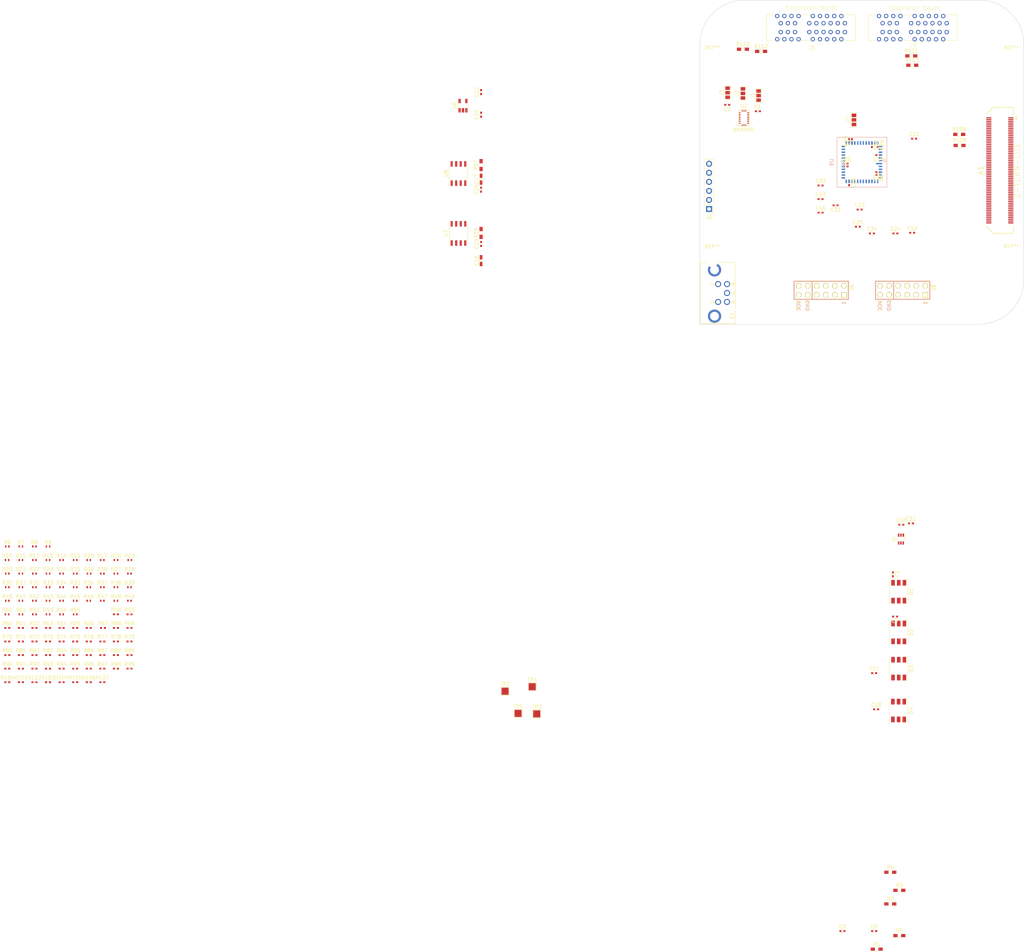
<source format=kicad_pcb>
(kicad_pcb (version 4) (host pcbnew 4.0.7)
  (title_block (title "Axiom Micro Mainboard") (rev 1.0) (company Apertus))
  (layers (0 F.Cu signal) (1 In1.Cu signal) (2 In2.Cu signal) (31 B.Cu signal) (34 B.Paste user) (35 F.Paste user) (36 B.SilkS user) (37 F.SilkS user) (38 B.Mask user) (39 F.Mask user) (44 Edge.Cuts user))
  (net 0 "")
  (net 1 GNDA)
  (net 2 /5V)
  (net 3 /3V3)
  (net 4 /1V8)
  (net 5 SDA_N)
  (net 6 SCL_S)
  (net 7 SCL_N)
  (net 8 SDA_S)
  (net 9 /2V8)
  (net 10 "Net-(D1-Pad2)")
  (net 11 LVDSn0_P)
  (net 12 LVDSs0_P)
  (net 13 LVDSn0_N)
  (net 14 LVDSs0_N)
  (net 15 LVDSn1_P)
  (net 16 LVDSs1_P)
  (net 17 LVDSn1_N)
  (net 18 LVDSs1_N)
  (net 19 LVDSn2_P)
  (net 20 LVDSs2_P)
  (net 21 LVDSn2_N)
  (net 22 LVDSs2_N)
  (net 23 LVDSn3_P)
  (net 24 LVDSs3_P)
  (net 25 LVDSn3_N)
  (net 26 LVDSs3_N)
  (net 27 LVDSn4_P)
  (net 28 LVDSs4_P)
  (net 29 LVDSn4_N)
  (net 30 LVDSs4_N)
  (net 31 LVDSn5_P)
  (net 32 LVDSs5_P)
  (net 33 LVDSn5_N)
  (net 34 LVDSs5_N)
  (net 35 SLVSC_P)
  (net 36 SLVSC_N)
  (net 37 SLVS3_P)
  (net 38 SLVS3_N)
  (net 39 SLVS2_P)
  (net 40 SLVS2_N)
  (net 41 SLVS1_P)
  (net 42 SLVS1_N)
  (net 43 SLVS0_P)
  (net 44 SLVS0_N)
  (net 45 VDDIO_35)
  (net 46 EN_S)
  (net 47 EN_B)
  (net 48 WS2812)
  (net 49 EN_A)
  (net 50 VDDIO_34)
  (net 51 S_CLK)
  (net 52 S_DATA)
  (net 53 "Net-(C1-Pad2)")
  (net 54 "Net-(C8-Pad2)")
  (net 55 "Net-(C10-Pad1)")
  (net 56 "Net-(D1-Pad1)")
  (net 57 "Net-(D2-Pad1)")
  (net 58 "Net-(D3-Pad1)")
  (net 59 "Net-(E1-Pad5)")
  (net 60 "Net-(E1-Pad3)")
  (net 61 A_ADDR)
  (net 62 A_M_ADDR)
  (net 63 G_ADDR)
  (net 64 "Net-(J7-Pad2)")
  (net 65 "Net-(R56-Pad2)")
  (net 66 "Net-(R57-Pad2)")
  (net 67 +3V3)
  (module parts:CONN_BTH-060-XX-X-D-LC (layer F.Cu) (at 300.6 -55.1 270)
    (fp_text reference A1 (at 0 5.334 270) (layer F.SilkS) (effects (font (thickness 0.2))))
    (fp_text value Z-TURN-LITE (at 0.05905 -4.932 270) (layer F.SilkS))
    (pad "" np_thru_hole circle (at -16.74095 -2.032 270) (size 1.194 1.194) (drill 1.194) (layers *.Cu *.Mask))
    (pad "" np_thru_hole circle (at 16.74005 -2.032 270) (size 1.194 1.194) (drill 1.194) (layers *.Cu *.Mask))
    (pad 1 smd rect (at -14.75295 -3.086 270) (size 0.305 1.448) (layers F.Cu F.Paste F.Mask))
    (pad 2 smd rect (at -14.75295 3.086 270) (size 0.305 1.448) (layers F.Cu F.Paste F.Mask))
    (pad 3 smd rect (at -14.25295 -3.086 270) (size 0.305 1.448) (layers F.Cu F.Paste F.Mask))
    (pad 4 smd rect (at -14.25295 3.086 270) (size 0.305 1.448) (layers F.Cu F.Paste F.Mask))
    (pad 5 smd rect (at -13.75295 -3.086 270) (size 0.305 1.448) (layers F.Cu F.Paste F.Mask))
    (pad 6 smd rect (at -13.75295 3.086 270) (size 0.305 1.448) (layers F.Cu F.Paste F.Mask))
    (pad 7 smd rect (at -13.25295 -3.086 270) (size 0.305 1.448) (layers F.Cu F.Paste F.Mask) (net 1 GNDA))
    (pad 8 smd rect (at -13.25295 3.086 270) (size 0.305 1.448) (layers F.Cu F.Paste F.Mask) (net 1 GNDA))
    (pad 9 smd rect (at -12.75295 -3.086 270) (size 0.305 1.448) (layers F.Cu F.Paste F.Mask))
    (pad 10 smd rect (at -12.75295 3.086 270) (size 0.305 1.448) (layers F.Cu F.Paste F.Mask))
    (pad 11 smd rect (at -12.25295 -3.086 270) (size 0.305 1.448) (layers F.Cu F.Paste F.Mask))
    (pad 12 smd rect (at -12.25295 3.086 270) (size 0.305 1.448) (layers F.Cu F.Paste F.Mask))
    (pad 13 smd rect (at -11.75295 -3.086 270) (size 0.305 1.448) (layers F.Cu F.Paste F.Mask))
    (pad 14 smd rect (at -11.75295 3.086 270) (size 0.305 1.448) (layers F.Cu F.Paste F.Mask))
    (pad 15 smd rect (at -11.25295 -3.086 270) (size 0.305 1.448) (layers F.Cu F.Paste F.Mask))
    (pad 16 smd rect (at -11.25295 3.086 270) (size 0.305 1.448) (layers F.Cu F.Paste F.Mask))
    (pad 17 smd rect (at -10.75295 -3.086 270) (size 0.305 1.448) (layers F.Cu F.Paste F.Mask) (net 1 GNDA))
    (pad 18 smd rect (at -10.75295 3.086 270) (size 0.305 1.448) (layers F.Cu F.Paste F.Mask) (net 1 GNDA))
    (pad 19 smd rect (at -10.25295 -3.086 270) (size 0.305 1.448) (layers F.Cu F.Paste F.Mask) (net 45 VDDIO_35))
    (pad 20 smd rect (at -10.25295 3.086 270) (size 0.305 1.448) (layers F.Cu F.Paste F.Mask) (net 45 VDDIO_35))
    (pad 21 smd rect (at -9.75295 -3.086 270) (size 0.305 1.448) (layers F.Cu F.Paste F.Mask))
    (pad 22 smd rect (at -9.75295 3.086 270) (size 0.305 1.448) (layers F.Cu F.Paste F.Mask))
    (pad 23 smd rect (at -9.25295 -3.086 270) (size 0.305 1.448) (layers F.Cu F.Paste F.Mask))
    (pad 24 smd rect (at -9.25295 3.086 270) (size 0.305 1.448) (layers F.Cu F.Paste F.Mask))
    (pad 25 smd rect (at -8.75295 -3.086 270) (size 0.305 1.448) (layers F.Cu F.Paste F.Mask))
    (pad 26 smd rect (at -8.75295 3.086 270) (size 0.305 1.448) (layers F.Cu F.Paste F.Mask))
    (pad 27 smd rect (at -8.25295 -3.086 270) (size 0.305 1.448) (layers F.Cu F.Paste F.Mask))
    (pad 28 smd rect (at -8.25295 3.086 270) (size 0.305 1.448) (layers F.Cu F.Paste F.Mask))
    (pad 29 smd rect (at -7.75295 -3.086 270) (size 0.305 1.448) (layers F.Cu F.Paste F.Mask) (net 1 GNDA))
    (pad 30 smd rect (at -7.75295 3.086 270) (size 0.305 1.448) (layers F.Cu F.Paste F.Mask) (net 1 GNDA))
    (pad 31 smd rect (at -7.25295 -3.086 270) (size 0.305 1.448) (layers F.Cu F.Paste F.Mask))
    (pad 32 smd rect (at -7.25295 3.086 270) (size 0.305 1.448) (layers F.Cu F.Paste F.Mask))
    (pad 33 smd rect (at -6.75295 -3.086 270) (size 0.305 1.448) (layers F.Cu F.Paste F.Mask))
    (pad 34 smd rect (at -6.75295 3.086 270) (size 0.305 1.448) (layers F.Cu F.Paste F.Mask))
    (pad 35 smd rect (at -6.25295 -3.086 270) (size 0.305 1.448) (layers F.Cu F.Paste F.Mask))
    (pad 36 smd rect (at -6.25295 3.086 270) (size 0.305 1.448) (layers F.Cu F.Paste F.Mask))
    (pad 37 smd rect (at -5.75295 -3.086 270) (size 0.305 1.448) (layers F.Cu F.Paste F.Mask))
    (pad 38 smd rect (at -5.75295 3.086 270) (size 0.305 1.448) (layers F.Cu F.Paste F.Mask))
    (pad 39 smd rect (at -5.25295 -3.086 270) (size 0.305 1.448) (layers F.Cu F.Paste F.Mask) (net 1 GNDA))
    (pad 40 smd rect (at -5.25295 3.086 270) (size 0.305 1.448) (layers F.Cu F.Paste F.Mask) (net 1 GNDA))
    (pad 41 smd rect (at -4.75295 -3.086 270) (size 0.305 1.448) (layers F.Cu F.Paste F.Mask))
    (pad 42 smd rect (at -4.75295 3.086 270) (size 0.305 1.448) (layers F.Cu F.Paste F.Mask))
    (pad 43 smd rect (at -4.25295 -3.086 270) (size 0.305 1.448) (layers F.Cu F.Paste F.Mask))
    (pad 44 smd rect (at -4.25295 3.086 270) (size 0.305 1.448) (layers F.Cu F.Paste F.Mask))
    (pad 45 smd rect (at -3.75295 -3.086 270) (size 0.305 1.448) (layers F.Cu F.Paste F.Mask))
    (pad 46 smd rect (at -3.75295 3.086 270) (size 0.305 1.448) (layers F.Cu F.Paste F.Mask))
    (pad 47 smd rect (at -3.25295 -3.086 270) (size 0.305 1.448) (layers F.Cu F.Paste F.Mask))
    (pad 48 smd rect (at -3.25295 3.086 270) (size 0.305 1.448) (layers F.Cu F.Paste F.Mask))
    (pad 49 smd rect (at -2.75295 -3.086 270) (size 0.305 1.448) (layers F.Cu F.Paste F.Mask) (net 1 GNDA))
    (pad 50 smd rect (at -2.75295 3.086 270) (size 0.305 1.448) (layers F.Cu F.Paste F.Mask) (net 1 GNDA))
    (pad 51 smd rect (at -2.25295 -3.086 270) (size 0.305 1.448) (layers F.Cu F.Paste F.Mask))
    (pad 52 smd rect (at -2.25295 3.086 270) (size 0.305 1.448) (layers F.Cu F.Paste F.Mask))
    (pad 53 smd rect (at -1.75295 -3.086 270) (size 0.305 1.448) (layers F.Cu F.Paste F.Mask))
    (pad 54 smd rect (at -1.75295 3.086 270) (size 0.305 1.448) (layers F.Cu F.Paste F.Mask))
    (pad 55 smd rect (at -1.25295 -3.086 270) (size 0.305 1.448) (layers F.Cu F.Paste F.Mask))
    (pad 56 smd rect (at -1.25295 3.086 270) (size 0.305 1.448) (layers F.Cu F.Paste F.Mask))
    (pad 57 smd rect (at -0.75295 -3.086 270) (size 0.305 1.448) (layers F.Cu F.Paste F.Mask))
    (pad 58 smd rect (at -0.75295 3.086 270) (size 0.305 1.448) (layers F.Cu F.Paste F.Mask))
    (pad 59 smd rect (at -0.25295 -3.086 270) (size 0.305 1.448) (layers F.Cu F.Paste F.Mask) (net 1 GNDA))
    (pad 60 smd rect (at -0.25295 3.086 270) (size 0.305 1.448) (layers F.Cu F.Paste F.Mask) (net 1 GNDA))
    (pad 61 smd rect (at 0.24705 -3.086 270) (size 0.305 1.448) (layers F.Cu F.Paste F.Mask))
    (pad 62 smd rect (at 0.24705 3.086 270) (size 0.305 1.448) (layers F.Cu F.Paste F.Mask) (net 11 LVDSn0_P))
    (pad 63 smd rect (at 0.74705 -3.086 270) (size 0.305 1.448) (layers F.Cu F.Paste F.Mask))
    (pad 64 smd rect (at 0.74705 3.086 270) (size 0.305 1.448) (layers F.Cu F.Paste F.Mask) (net 13 LVDSn0_N))
    (pad 65 smd rect (at 1.24705 -3.086 270) (size 0.305 1.448) (layers F.Cu F.Paste F.Mask))
    (pad 66 smd rect (at 1.24705 3.086 270) (size 0.305 1.448) (layers F.Cu F.Paste F.Mask))
    (pad 67 smd rect (at 1.74705 -3.086 270) (size 0.305 1.448) (layers F.Cu F.Paste F.Mask))
    (pad 68 smd rect (at 1.74705 3.086 270) (size 0.305 1.448) (layers F.Cu F.Paste F.Mask))
    (pad 69 smd rect (at 2.24705 -3.086 270) (size 0.305 1.448) (layers F.Cu F.Paste F.Mask) (net 1 GNDA))
    (pad 70 smd rect (at 2.24705 3.086 270) (size 0.305 1.448) (layers F.Cu F.Paste F.Mask) (net 50 VDDIO_34))
    (pad 71 smd rect (at 2.74705 -3.086 270) (size 0.305 1.448) (layers F.Cu F.Paste F.Mask) (net 33 LVDSn5_N))
    (pad 72 smd rect (at 2.74705 3.086 270) (size 0.305 1.448) (layers F.Cu F.Paste F.Mask) (net 1 GNDA))
    (pad 73 smd rect (at 3.24705 -3.086 270) (size 0.305 1.448) (layers F.Cu F.Paste F.Mask) (net 31 LVDSn5_P))
    (pad 74 smd rect (at 3.24705 3.086 270) (size 0.305 1.448) (layers F.Cu F.Paste F.Mask) (net 15 LVDSn1_P))
    (pad 75 smd rect (at 3.74705 -3.086 270) (size 0.305 1.448) (layers F.Cu F.Paste F.Mask) (net 29 LVDSn4_N))
    (pad 76 smd rect (at 3.74705 3.086 270) (size 0.305 1.448) (layers F.Cu F.Paste F.Mask) (net 17 LVDSn1_N))
    (pad 77 smd rect (at 4.24705 -3.086 270) (size 0.305 1.448) (layers F.Cu F.Paste F.Mask) (net 27 LVDSn4_P))
    (pad 78 smd rect (at 4.24705 3.086 270) (size 0.305 1.448) (layers F.Cu F.Paste F.Mask) (net 19 LVDSn2_P))
    (pad 79 smd rect (at 4.74705 -3.086 270) (size 0.305 1.448) (layers F.Cu F.Paste F.Mask) (net 1 GNDA))
    (pad 80 smd rect (at 4.74705 3.086 270) (size 0.305 1.448) (layers F.Cu F.Paste F.Mask) (net 21 LVDSn2_N))
    (pad 81 smd rect (at 5.24705 -3.086 270) (size 0.305 1.448) (layers F.Cu F.Paste F.Mask) (net 50 VDDIO_34))
    (pad 82 smd rect (at 5.24705 3.086 270) (size 0.305 1.448) (layers F.Cu F.Paste F.Mask) (net 1 GNDA))
    (pad 83 smd rect (at 5.74705 -3.086 270) (size 0.305 1.448) (layers F.Cu F.Paste F.Mask) (net 28 LVDSs4_P))
    (pad 84 smd rect (at 5.74705 3.086 270) (size 0.305 1.448) (layers F.Cu F.Paste F.Mask) (net 23 LVDSn3_P))
    (pad 85 smd rect (at 6.24705 -3.086 270) (size 0.305 1.448) (layers F.Cu F.Paste F.Mask) (net 30 LVDSs4_N))
    (pad 86 smd rect (at 6.24705 3.086 270) (size 0.305 1.448) (layers F.Cu F.Paste F.Mask) (net 25 LVDSn3_N))
    (pad 87 smd rect (at 6.74705 -3.086 270) (size 0.305 1.448) (layers F.Cu F.Paste F.Mask) (net 32 LVDSs5_P))
    (pad 88 smd rect (at 6.74705 3.086 270) (size 0.305 1.448) (layers F.Cu F.Paste F.Mask) (net 37 SLVS3_P))
    (pad 89 smd rect (at 7.24705 -3.086 270) (size 0.305 1.448) (layers F.Cu F.Paste F.Mask) (net 34 LVDSs5_N))
    (pad 90 smd rect (at 7.24705 3.086 270) (size 0.305 1.448) (layers F.Cu F.Paste F.Mask) (net 38 SLVS3_N))
    (pad 91 smd rect (at 7.74705 -3.086 270) (size 0.305 1.448) (layers F.Cu F.Paste F.Mask) (net 1 GNDA))
    (pad 92 smd rect (at 7.74705 3.086 270) (size 0.305 1.448) (layers F.Cu F.Paste F.Mask) (net 1 GNDA))
    (pad 93 smd rect (at 8.24705 -3.086 270) (size 0.305 1.448) (layers F.Cu F.Paste F.Mask) (net 12 LVDSs0_P))
    (pad 94 smd rect (at 8.24705 3.086 270) (size 0.305 1.448) (layers F.Cu F.Paste F.Mask) (net 39 SLVS2_P))
    (pad 95 smd rect (at 8.74705 -3.086 270) (size 0.305 1.448) (layers F.Cu F.Paste F.Mask) (net 14 LVDSs0_N))
    (pad 96 smd rect (at 8.74705 3.086 270) (size 0.305 1.448) (layers F.Cu F.Paste F.Mask) (net 40 SLVS2_N))
    (pad 97 smd rect (at 9.24705 -3.086 270) (size 0.305 1.448) (layers F.Cu F.Paste F.Mask) (net 16 LVDSs1_P))
    (pad 98 smd rect (at 9.24705 3.086 270) (size 0.305 1.448) (layers F.Cu F.Paste F.Mask) (net 35 SLVSC_P))
    (pad 99 smd rect (at 9.74705 -3.086 270) (size 0.305 1.448) (layers F.Cu F.Paste F.Mask) (net 18 LVDSs1_N))
    (pad 100 smd rect (at 9.74705 3.086 270) (size 0.305 1.448) (layers F.Cu F.Paste F.Mask) (net 36 SLVSC_N))
    (pad 101 smd rect (at 10.24705 -3.086 270) (size 0.305 1.448) (layers F.Cu F.Paste F.Mask) (net 1 GNDA))
    (pad 102 smd rect (at 10.24705 3.086 270) (size 0.305 1.448) (layers F.Cu F.Paste F.Mask) (net 1 GNDA))
    (pad 103 smd rect (at 10.74705 -3.086 270) (size 0.305 1.448) (layers F.Cu F.Paste F.Mask) (net 20 LVDSs2_P))
    (pad 104 smd rect (at 10.74705 3.086 270) (size 0.305 1.448) (layers F.Cu F.Paste F.Mask) (net 41 SLVS1_P))
    (pad 105 smd rect (at 11.24705 -3.086 270) (size 0.305 1.448) (layers F.Cu F.Paste F.Mask) (net 22 LVDSs2_N))
    (pad 106 smd rect (at 11.24705 3.086 270) (size 0.305 1.448) (layers F.Cu F.Paste F.Mask) (net 42 SLVS1_N))
    (pad 107 smd rect (at 11.74705 -3.086 270) (size 0.305 1.448) (layers F.Cu F.Paste F.Mask) (net 24 LVDSs3_P))
    (pad 108 smd rect (at 11.74705 3.086 270) (size 0.305 1.448) (layers F.Cu F.Paste F.Mask) (net 43 SLVS0_P))
    (pad 109 smd rect (at 12.24705 -3.086 270) (size 0.305 1.448) (layers F.Cu F.Paste F.Mask) (net 26 LVDSs3_N))
    (pad 110 smd rect (at 12.24705 3.086 270) (size 0.305 1.448) (layers F.Cu F.Paste F.Mask) (net 44 SLVS0_N))
    (pad 111 smd rect (at 12.74705 -3.086 270) (size 0.305 1.448) (layers F.Cu F.Paste F.Mask) (net 1 GNDA))
    (pad 112 smd rect (at 12.74705 3.086 270) (size 0.305 1.448) (layers F.Cu F.Paste F.Mask) (net 1 GNDA))
    (pad 113 smd rect (at 13.24705 -3.086 270) (size 0.305 1.448) (layers F.Cu F.Paste F.Mask) (net 1 GNDA))
    (pad 114 smd rect (at 13.24705 3.086 270) (size 0.305 1.448) (layers F.Cu F.Paste F.Mask))
    (pad 115 smd rect (at 13.74705 -3.086 270) (size 0.305 1.448) (layers F.Cu F.Paste F.Mask) (net 2 /5V))
    (pad 116 smd rect (at 13.74705 3.086 270) (size 0.305 1.448) (layers F.Cu F.Paste F.Mask) (net 2 /5V))
    (pad 117 smd rect (at 14.24705 -3.086 270) (size 0.305 1.448) (layers F.Cu F.Paste F.Mask) (net 2 /5V))
    (pad 118 smd rect (at 14.24705 3.086 270) (size 0.305 1.448) (layers F.Cu F.Paste F.Mask) (net 2 /5V))
    (pad 119 smd rect (at 14.74705 -3.086 270) (size 0.305 1.448) (layers F.Cu F.Paste F.Mask) (net 2 /5V))
    (pad 120 smd rect (at 14.74705 3.086 270) (size 0.305 1.448) (layers F.Cu F.Paste F.Mask) (net 2 /5V))
  )
  (module Capacitors_SMD:C_0402 (layer F.Cu) (at 232.7 -71.7)
    (fp_text reference C1 (at 0 -1.27) (layer F.SilkS))
    (fp_text value .1µ)
    (pad 1 smd rect (at -0.55 0) (size 0.6 0.5) (layers F.Cu F.Paste F.Mask) (net 50 VDDIO_34))
    (pad 2 smd rect (at 0.55 0) (size 0.6 0.5) (layers F.Cu F.Paste F.Mask) (net 53 "Net-(C1-Pad2)"))
  )
  (module Capacitors_SMD:C_0402 (layer F.Cu) (at 224.1 -73.5 180)
    (fp_text reference C2 (at 0 -1.27 180) (layer F.SilkS))
    (fp_text value .1µ)
    (pad 1 smd rect (at -0.55 0 180) (size 0.6 0.5) (layers F.Cu F.Paste F.Mask) (net 3 /3V3))
    (pad 2 smd rect (at 0.55 0 180) (size 0.6 0.5) (layers F.Cu F.Paste F.Mask) (net 53 "Net-(C1-Pad2)"))
  )
  (module Capacitors_SMD:C_0402 (layer F.Cu) (at 270.579 58.282 270)
    (fp_text reference C3 (at 0 -1.27 270) (layer F.SilkS))
    (fp_text value .1µ)
    (pad 1 smd rect (at -0.55 0 270) (size 0.6 0.5) (layers F.Cu F.Paste F.Mask) (net 1 GNDA))
    (pad 2 smd rect (at 0.55 0 270) (size 0.6 0.5) (layers F.Cu F.Paste F.Mask) (net 2 /5V))
  )
  (module Capacitors_SMD:C_0402 (layer F.Cu) (at 271.214 70.135 180)
    (fp_text reference C7 (at 0 -1.27 180) (layer F.SilkS))
    (fp_text value .1µ)
    (pad 1 smd rect (at -0.55 0 180) (size 0.6 0.5) (layers F.Cu F.Paste F.Mask) (net 1 GNDA))
    (pad 2 smd rect (at 0.55 0 180) (size 0.6 0.5) (layers F.Cu F.Paste F.Mask) (net 2 /5V))
  )
  (module Capacitors_SMD:C_0402 (layer F.Cu) (at 256.44 158.4)
    (fp_text reference C8 (at 0 -1.27) (layer F.SilkS))
    (fp_text value .01µ)
    (pad 1 smd rect (at -0.55 0) (size 0.6 0.5) (layers F.Cu F.Paste F.Mask) (net 49 EN_A))
    (pad 2 smd rect (at 0.55 0) (size 0.6 0.5) (layers F.Cu F.Paste F.Mask) (net 54 "Net-(C8-Pad2)"))
  )
  (module Capacitors_SMD:C_0402 (layer F.Cu) (at 265.33 158.4)
    (fp_text reference C9 (at 0 -1.27) (layer F.SilkS))
    (fp_text value .01µ)
    (pad 1 smd rect (at -0.55 0) (size 0.6 0.5) (layers F.Cu F.Paste F.Mask) (net 54 "Net-(C8-Pad2)"))
    (pad 2 smd rect (at 0.55 0) (size 0.6 0.5) (layers F.Cu F.Paste F.Mask) (net 47 EN_B))
  )
  (module Capacitors_SMD:C_0402 (layer F.Cu) (at 155.01 -70.73 90)
    (fp_text reference C10 (at 0 -1.27 90) (layer F.SilkS))
    (fp_text value 1µF)
    (pad 1 smd rect (at -0.55 0 90) (size 0.6 0.5) (layers F.Cu F.Paste F.Mask) (net 55 "Net-(C10-Pad1)"))
    (pad 2 smd rect (at 0.55 0 90) (size 0.6 0.5) (layers F.Cu F.Paste F.Mask) (net 1 GNDA))
  )
  (module Capacitors_SMD:C_0402 (layer F.Cu) (at 265.33 86.01)
    (fp_text reference C11 (at 0 -1.27) (layer F.SilkS))
    (fp_text value .1µ)
    (pad 1 smd rect (at -0.55 0) (size 0.6 0.5) (layers F.Cu F.Paste F.Mask) (net 1 GNDA))
    (pad 2 smd rect (at 0.55 0) (size 0.6 0.5) (layers F.Cu F.Paste F.Mask) (net 2 /5V))
  )
  (module Capacitors_SMD:C_0402 (layer F.Cu) (at 155.01 -77.08 90)
    (fp_text reference C12 (at 0 -1.27 90) (layer F.SilkS))
    (fp_text value 1µF)
    (pad 1 smd rect (at -0.55 0 90) (size 0.6 0.5) (layers F.Cu F.Paste F.Mask) (net 9 /2V8))
    (pad 2 smd rect (at 0.55 0 90) (size 0.6 0.5) (layers F.Cu F.Paste F.Mask) (net 1 GNDA))
  )
  (module Capacitors_SMD:C_0603_HandSoldering (layer F.Cu) (at 155.01 -29.77 90)
    (fp_text reference C16 (at 0 -1.25 90) (layer F.SilkS))
    (fp_text value 4.7µF)
    (pad 1 smd rect (at -0.95 0 90) (size 1.2 0.75) (layers F.Cu F.Paste F.Mask) (net 2 /5V))
    (pad 2 smd rect (at 0.95 0 90) (size 1.2 0.75) (layers F.Cu F.Paste F.Mask) (net 1 GNDA))
  )
  (module Capacitors_SMD:C_0603_HandSoldering (layer F.Cu) (at 155.01 -52.63 90)
    (fp_text reference C17 (at 0 -1.25 90) (layer F.SilkS))
    (fp_text value 4.7µF)
    (pad 1 smd rect (at -0.95 0 90) (size 1.2 0.75) (layers F.Cu F.Paste F.Mask) (net 2 /5V))
    (pad 2 smd rect (at 0.95 0 90) (size 1.2 0.75) (layers F.Cu F.Paste F.Mask) (net 1 GNDA))
  )
  (module Capacitors_SMD:C_0402 (layer F.Cu) (at 265.88 96.17)
    (fp_text reference C18 (at 0 -1.27) (layer F.SilkS))
    (fp_text value .1µ)
    (pad 1 smd rect (at -0.55 0) (size 0.6 0.5) (layers F.Cu F.Paste F.Mask) (net 1 GNDA))
    (pad 2 smd rect (at 0.55 0) (size 0.6 0.5) (layers F.Cu F.Paste F.Mask) (net 2 /5V))
  )
  (module Capacitors_SMD:C_0402 (layer F.Cu) (at 155.01 -34.45 90)
    (fp_text reference C19 (at 0 -1.27 90) (layer F.SilkS))
    (fp_text value 1µF)
    (pad 1 smd rect (at -0.55 0 90) (size 0.6 0.5) (layers F.Cu F.Paste F.Mask) (net 4 /1V8))
    (pad 2 smd rect (at 0.55 0 90) (size 0.6 0.5) (layers F.Cu F.Paste F.Mask) (net 1 GNDA))
  )
  (module Capacitors_SMD:C_0402 (layer F.Cu) (at 155.01 -49.69 90)
    (fp_text reference C20 (at 0 -1.27 90) (layer F.SilkS))
    (fp_text value 1µF)
    (pad 1 smd rect (at -0.55 0 90) (size 0.6 0.5) (layers F.Cu F.Paste F.Mask) (net 3 /3V3))
    (pad 2 smd rect (at 0.55 0 90) (size 0.6 0.5) (layers F.Cu F.Paste F.Mask) (net 1 GNDA))
  )
  (module Capacitors_SMD:C_0402 (layer F.Cu) (at 276.55 -64)
    (fp_text reference C22 (at 0 -1.27) (layer F.SilkS))
    (fp_text value 1µF)
    (pad 1 smd rect (at -0.55 0) (size 0.6 0.5) (layers F.Cu F.Paste F.Mask) (net 50 VDDIO_34))
    (pad 2 smd rect (at 0.55 0) (size 0.6 0.5) (layers F.Cu F.Paste F.Mask) (net 1 GNDA))
  )
  (module Capacitors_SMD:C_0402 (layer F.Cu) (at 261.25 -44.1)
    (fp_text reference C23 (at 0 -1.27) (layer F.SilkS))
    (fp_text value 1µF)
    (pad 1 smd rect (at -0.55 0) (size 0.6 0.5) (layers F.Cu F.Paste F.Mask) (net 4 /1V8))
    (pad 2 smd rect (at 0.55 0) (size 0.6 0.5) (layers F.Cu F.Paste F.Mask) (net 1 GNDA))
  )
  (module Capacitors_SMD:C_0402 (layer F.Cu) (at 271.3 -37.4)
    (fp_text reference C24 (at 0 -1.27) (layer F.SilkS))
    (fp_text value 1µF)
    (pad 1 smd rect (at -0.55 0) (size 0.6 0.5) (layers F.Cu F.Paste F.Mask) (net 9 /2V8))
    (pad 2 smd rect (at 0.55 0) (size 0.6 0.5) (layers F.Cu F.Paste F.Mask) (net 1 GNDA))
  )
  (module Capacitors_SMD:C_0402 (layer F.Cu) (at 260.75 -39.3)
    (fp_text reference C25 (at 0 -1.27) (layer F.SilkS))
    (fp_text value 1µF)
    (pad 1 smd rect (at -0.55 0) (size 0.6 0.5) (layers F.Cu F.Paste F.Mask) (net 9 /2V8))
    (pad 2 smd rect (at 0.55 0) (size 0.6 0.5) (layers F.Cu F.Paste F.Mask) (net 1 GNDA))
  )
  (module Capacitors_SMD:C_0402 (layer F.Cu) (at 266.5 -54.6 180)
    (fp_text reference C26 (at 0 -1.27 180) (layer F.SilkS))
    (fp_text value .1µF)
    (pad 1 smd rect (at -0.55 0 180) (size 0.6 0.5) (layers F.Cu F.Paste F.Mask) (net 50 VDDIO_34))
    (pad 2 smd rect (at 0.55 0 180) (size 0.6 0.5) (layers F.Cu F.Paste F.Mask) (net 1 GNDA))
  )
  (module Capacitors_SMD:C_0402 (layer F.Cu) (at 257.3 -57)
    (fp_text reference C27 (at 0 -1.27) (layer F.SilkS))
    (fp_text value .1µF)
    (pad 1 smd rect (at -0.55 0) (size 0.6 0.5) (layers F.Cu F.Paste F.Mask) (net 4 /1V8))
    (pad 2 smd rect (at 0.55 0) (size 0.6 0.5) (layers F.Cu F.Paste F.Mask) (net 1 GNDA))
  )
  (module Capacitors_SMD:C_0402 (layer F.Cu) (at 258.3 -51.5 270)
    (fp_text reference C28 (at 0 -1.27 270) (layer F.SilkS))
    (fp_text value .1µF)
    (pad 1 smd rect (at -0.55 0 270) (size 0.6 0.5) (layers F.Cu F.Paste F.Mask) (net 9 /2V8))
    (pad 2 smd rect (at 0.55 0 270) (size 0.6 0.5) (layers F.Cu F.Paste F.Mask) (net 1 GNDA))
  )
  (module Capacitors_SMD:C_0402 (layer F.Cu) (at 266.3 -62.2 270)
    (fp_text reference C29 (at 0 -1.27 270) (layer F.SilkS))
    (fp_text value .1µF)
    (pad 1 smd rect (at -0.55 0 270) (size 0.6 0.5) (layers F.Cu F.Paste F.Mask) (net 9 /2V8))
    (pad 2 smd rect (at 0.55 0 270) (size 0.6 0.5) (layers F.Cu F.Paste F.Mask) (net 1 GNDA))
  )
  (module Capacitors_SMD:C_0402 (layer F.Cu) (at 272.95 44.354)
    (fp_text reference C30 (at 0 -1.27) (layer F.SilkS))
    (fp_text value .1µF)
    (pad 1 smd rect (at -0.55 0) (size 0.6 0.5) (layers F.Cu F.Paste F.Mask) (net 45 VDDIO_35))
    (pad 2 smd rect (at 0.55 0) (size 0.6 0.5) (layers F.Cu F.Paste F.Mask) (net 1 GNDA))
  )
  (module Capacitors_SMD:C_0402 (layer F.Cu) (at 275.659 43.973)
    (fp_text reference C31 (at 0 -1.27) (layer F.SilkS))
    (fp_text value .1µF)
    (pad 1 smd rect (at -0.55 0) (size 0.6 0.5) (layers F.Cu F.Paste F.Mask) (net 2 /5V))
    (pad 2 smd rect (at 0.55 0) (size 0.6 0.5) (layers F.Cu F.Paste F.Mask) (net 1 GNDA))
  )
  (module Capacitors_SMD:C_0402 (layer F.Cu) (at 254.5 -45.3 180)
    (fp_text reference C32 (at 0 -1.27 180) (layer F.SilkS))
    (fp_text value 1µF)
    (pad 1 smd rect (at -0.55 0 180) (size 0.6 0.5) (layers F.Cu F.Paste F.Mask) (net 4 /1V8))
    (pad 2 smd rect (at 0.55 0 180) (size 0.6 0.5) (layers F.Cu F.Paste F.Mask) (net 1 GNDA))
  )
  (module Capacitors_SMD:C_0402 (layer F.Cu) (at 250.282 -50.856)
    (fp_text reference C33 (at 0 -1.27) (layer F.SilkS))
    (fp_text value 1µF)
    (pad 1 smd rect (at -0.55 0) (size 0.6 0.5) (layers F.Cu F.Paste F.Mask) (net 4 /1V8))
    (pad 2 smd rect (at 0.55 0) (size 0.6 0.5) (layers F.Cu F.Paste F.Mask) (net 1 GNDA))
  )
  (module Capacitors_SMD:C_0402 (layer F.Cu) (at 264.7 -37.4)
    (fp_text reference C34 (at 0 -1.27) (layer F.SilkS))
    (fp_text value 1µF)
    (pad 1 smd rect (at -0.55 0) (size 0.6 0.5) (layers F.Cu F.Paste F.Mask) (net 9 /2V8))
    (pad 2 smd rect (at 0.55 0) (size 0.6 0.5) (layers F.Cu F.Paste F.Mask) (net 1 GNDA))
  )
  (module Capacitors_SMD:C_0402 (layer F.Cu) (at 257.3 -56.2)
    (fp_text reference C37 (at 0 -1.27) (layer F.SilkS))
    (fp_text value .1µF)
    (pad 1 smd rect (at -0.55 0) (size 0.6 0.5) (layers F.Cu F.Paste F.Mask) (net 4 /1V8))
    (pad 2 smd rect (at 0.55 0) (size 0.6 0.5) (layers F.Cu F.Paste F.Mask) (net 1 GNDA))
  )
  (module Capacitors_SMD:C_0402 (layer F.Cu) (at 266.5 -53.8 180)
    (fp_text reference C38 (at 0 -1.27 180) (layer F.SilkS))
    (fp_text value .1µF)
    (pad 1 smd rect (at -0.55 0 180) (size 0.6 0.5) (layers F.Cu F.Paste F.Mask) (net 4 /1V8))
    (pad 2 smd rect (at 0.55 0 180) (size 0.6 0.5) (layers F.Cu F.Paste F.Mask) (net 1 GNDA))
  )
  (module Capacitors_SMD:C_0402 (layer F.Cu) (at 264.7 -62.2 270)
    (fp_text reference C39 (at 0 -1.27 270) (layer F.SilkS))
    (fp_text value .1µF)
    (pad 1 smd rect (at -0.55 0 270) (size 0.6 0.5) (layers F.Cu F.Paste F.Mask) (net 9 /2V8))
    (pad 2 smd rect (at 0.55 0 270) (size 0.6 0.5) (layers F.Cu F.Paste F.Mask) (net 1 GNDA))
  )
  (module LEDs:LED_WS2812-PLCC6 (layer F.Cu) (at 272.23 63.15 270)
    (fp_text reference D1 (at 0 -3.5 270) (layer F.SilkS))
    (fp_text value ws2812)
    (pad 4 smd rect (at 2.5 1.6 270) (size 1.6 1) (layers F.Cu F.Paste F.Mask))
    (pad 5 smd rect (at 2.5 0 270) (size 1.6 1) (layers F.Cu F.Paste F.Mask) (net 2 /5V))
    (pad 6 smd rect (at 2.5 -1.6 270) (size 1.6 1) (layers F.Cu F.Paste F.Mask) (net 1 GNDA))
    (pad 3 smd rect (at -2.5 1.6 270) (size 1.6 1) (layers F.Cu F.Paste F.Mask) (net 2 /5V))
    (pad 2 smd rect (at -2.5 0 270) (size 1.6 1) (layers F.Cu F.Paste F.Mask) (net 10 "Net-(D1-Pad2)"))
    (pad 1 smd rect (at -2.5 -1.6 270) (size 1.6 1) (layers F.Cu F.Paste F.Mask) (net 56 "Net-(D1-Pad1)"))
  )
  (module LEDs:LED_WS2812-PLCC6 (layer F.Cu) (at 272.23 74.58 270)
    (fp_text reference D2 (at 0 -3.5 270) (layer F.SilkS))
    (fp_text value ws2812)
    (pad 4 smd rect (at 2.5 1.6 270) (size 1.6 1) (layers F.Cu F.Paste F.Mask))
    (pad 5 smd rect (at 2.5 0 270) (size 1.6 1) (layers F.Cu F.Paste F.Mask) (net 2 /5V))
    (pad 6 smd rect (at 2.5 -1.6 270) (size 1.6 1) (layers F.Cu F.Paste F.Mask) (net 1 GNDA))
    (pad 3 smd rect (at -2.5 1.6 270) (size 1.6 1) (layers F.Cu F.Paste F.Mask) (net 2 /5V))
    (pad 2 smd rect (at -2.5 0 270) (size 1.6 1) (layers F.Cu F.Paste F.Mask) (net 56 "Net-(D1-Pad1)"))
    (pad 1 smd rect (at -2.5 -1.6 270) (size 1.6 1) (layers F.Cu F.Paste F.Mask) (net 57 "Net-(D2-Pad1)"))
  )
  (module LEDs:LED_WS2812-PLCC6 (layer F.Cu) (at 272.23 84.74 270)
    (fp_text reference D3 (at 0 -3.5 270) (layer F.SilkS))
    (fp_text value ws2812)
    (pad 4 smd rect (at 2.5 1.6 270) (size 1.6 1) (layers F.Cu F.Paste F.Mask))
    (pad 5 smd rect (at 2.5 0 270) (size 1.6 1) (layers F.Cu F.Paste F.Mask) (net 2 /5V))
    (pad 6 smd rect (at 2.5 -1.6 270) (size 1.6 1) (layers F.Cu F.Paste F.Mask) (net 1 GNDA))
    (pad 3 smd rect (at -2.5 1.6 270) (size 1.6 1) (layers F.Cu F.Paste F.Mask) (net 2 /5V))
    (pad 2 smd rect (at -2.5 0 270) (size 1.6 1) (layers F.Cu F.Paste F.Mask) (net 57 "Net-(D2-Pad1)"))
    (pad 1 smd rect (at -2.5 -1.6 270) (size 1.6 1) (layers F.Cu F.Paste F.Mask) (net 58 "Net-(D3-Pad1)"))
  )
  (module LEDs:LED_WS2812-PLCC6 (layer F.Cu) (at 272.19 96.5 270)
    (fp_text reference D4 (at 0 -3.5 270) (layer F.SilkS))
    (fp_text value ws2812)
    (pad 4 smd rect (at 2.5 1.6 270) (size 1.6 1) (layers F.Cu F.Paste F.Mask))
    (pad 5 smd rect (at 2.5 0 270) (size 1.6 1) (layers F.Cu F.Paste F.Mask) (net 2 /5V))
    (pad 6 smd rect (at 2.5 -1.6 270) (size 1.6 1) (layers F.Cu F.Paste F.Mask) (net 1 GNDA))
    (pad 3 smd rect (at -2.5 1.6 270) (size 1.6 1) (layers F.Cu F.Paste F.Mask) (net 2 /5V))
    (pad 2 smd rect (at -2.5 0 270) (size 1.6 1) (layers F.Cu F.Paste F.Mask) (net 58 "Net-(D3-Pad1)"))
    (pad 1 smd rect (at -2.5 -1.6 270) (size 1.6 1) (layers F.Cu F.Paste F.Mask))
  )
  (module parts:EN12-VS (layer F.Cu) (at 221.53 -20.68 90)
    (fp_text reference E1 (at -6.3 3.9 90) (layer F.SilkS))
    (fp_text value EN12-VS)
    (fp_text user 2 (at 2.5 -1.6 90) (layer F.SilkS))
    (fp_text user 1 (at -2.5 -1.6 90) (layer F.SilkS))
    (fp_text user B (at 2.5 4.1 90) (layer F.SilkS))
    (fp_text user C (at 0 4.1 90) (layer F.SilkS))
    (fp_text user A (at -2.5 4.1 90) (layer F.SilkS))
    (pad "" thru_hole circle (at 6.5 -1 90) (size 3.7 3.7) (drill 2.5) (layers *.Cu *.Mask))
    (pad "" thru_hole circle (at -6.5 -1 90) (size 3.7 3.7) (drill 2.5) (layers *.Cu *.Mask))
    (pad 2 thru_hole circle (at 2.5 0 90) (size 1.7 1.7) (drill 1.1) (layers *.Cu *.Mask) (net 46 EN_S))
    (pad 1 thru_hole circle (at -2.5 0 90) (size 1.7 1.7) (drill 1.1) (layers *.Cu *.Mask) (net 45 VDDIO_35))
    (pad 4 thru_hole circle (at 0 2.5 90) (size 1.7 1.7) (drill 1.1) (layers *.Cu *.Mask) (net 1 GNDA))
    (pad 5 thru_hole circle (at 2.5 2.5 90) (size 1.7 1.7) (drill 1.1) (layers *.Cu *.Mask) (net 59 "Net-(E1-Pad5)"))
    (pad 3 thru_hole circle (at -2.5 2.5 90) (size 1.7 1.7) (drill 1.1) (layers *.Cu *.Mask) (net 60 "Net-(E1-Pad3)"))
  )
  (module Connectors:GS3 (layer F.Cu) (at 232.9 -76.1)
    (fp_text reference J1 (at -1.7 0 90) (layer F.SilkS))
    (fp_text value GS3)
    (pad 1 smd rect (at 0 -1.27) (size 1.27 0.97) (layers F.Cu F.Paste F.Mask) (net 50 VDDIO_34))
    (pad 2 smd rect (at 0 0) (size 1.27 0.97) (layers F.Cu F.Paste F.Mask) (net 61 A_ADDR))
    (pad 3 smd rect (at 0 1.27) (size 1.27 0.97) (layers F.Cu F.Paste F.Mask) (net 1 GNDA))
  )
  (module Connectors:GS3 (layer F.Cu) (at 228.5 -76.7)
    (fp_text reference J2 (at -1.7 0 90) (layer F.SilkS))
    (fp_text value GS3)
    (pad 1 smd rect (at 0 -1.27) (size 1.27 0.97) (layers F.Cu F.Paste F.Mask) (net 50 VDDIO_34))
    (pad 2 smd rect (at 0 0) (size 1.27 0.97) (layers F.Cu F.Paste F.Mask) (net 62 A_M_ADDR))
    (pad 3 smd rect (at 0 1.27) (size 1.27 0.97) (layers F.Cu F.Paste F.Mask) (net 1 GNDA))
  )
  (module Connectors:GS3 (layer F.Cu) (at 224.2 -76.9)
    (fp_text reference J3 (at -1.7 0 90) (layer F.SilkS))
    (fp_text value GS3)
    (pad 1 smd rect (at 0 -1.27) (size 1.27 0.97) (layers F.Cu F.Paste F.Mask) (net 50 VDDIO_34))
    (pad 2 smd rect (at 0 0) (size 1.27 0.97) (layers F.Cu F.Paste F.Mask) (net 63 G_ADDR))
    (pad 3 smd rect (at 0 1.27) (size 1.27 0.97) (layers F.Cu F.Paste F.Mask) (net 1 GNDA))
  )
  (module pmod-conn_6x2:pmod_pin_array_6x2 (layer F.Cu) (at 250.478 -21.438 270)
    (fp_text reference J4 (at -0.762 -8.636 270) (layer F.SilkS) (effects (font (size 1.016 1.016) (thickness 0.254))))
    (fp_text value "PMODx2 North" hide)
    (fp_text user 1 (at 3.556 -6.35 270) (layer B.SilkS) (effects (justify mirror)))
    (fp_text user GND (at 4.318 3.81 270) (layer B.SilkS) (effects (justify mirror)))
    (fp_text user VCC (at 4.318 6.35 270) (layer B.SilkS) (effects (justify mirror)))
    (fp_text user VCC (at 4.318 6.35 270) (layer F.SilkS))
    (fp_text user GND (at 4.318 3.81 270) (layer F.SilkS))
    (fp_text user 1 (at 3.556 -6.35 270) (layer F.SilkS))
    (pad 1 thru_hole rect (at 1.27 -6.35 270) (size 1.524 1.524) (drill 1.016) (layers *.Cu *.Mask F.SilkS))
    (pad 7 thru_hole circle (at -1.27 -6.35 180) (size 1.524 1.524) (drill 1.016) (layers *.Cu *.Mask F.SilkS))
    (pad 2 thru_hole circle (at 1.27 -3.81 180) (size 1.524 1.524) (drill 1.016) (layers *.Cu *.Mask F.SilkS))
    (pad 8 thru_hole circle (at -1.27 -3.81 180) (size 1.524 1.524) (drill 1.016) (layers *.Cu *.Mask F.SilkS))
    (pad 3 thru_hole circle (at 1.27 -1.27 180) (size 1.524 1.524) (drill 1.016) (layers *.Cu *.Mask F.SilkS))
    (pad 9 thru_hole circle (at -1.27 -1.27 180) (size 1.524 1.524) (drill 1.016) (layers *.Cu *.Mask F.SilkS))
    (pad 4 thru_hole circle (at 1.27 1.27 180) (size 1.524 1.524) (drill 1.016) (layers *.Cu *.Mask F.SilkS))
    (pad 10 thru_hole circle (at -1.27 1.27 180) (size 1.524 1.524) (drill 1.016) (layers *.Cu *.Mask F.SilkS))
    (pad 5 thru_hole circle (at 1.27 3.81 180) (size 1.524 1.524) (drill 1.016) (layers *.Cu *.Mask F.SilkS) (net 1 GNDA))
    (pad 11 thru_hole circle (at -1.27 3.81 180) (size 1.524 1.524) (drill 1.016) (layers *.Cu *.Mask F.SilkS) (net 1 GNDA))
    (pad 6 thru_hole circle (at 1.27 6.35 180) (size 1.524 1.524) (drill 1.016) (layers *.Cu *.Mask F.SilkS) (net 67 +3V3))
    (pad 12 thru_hole circle (at -1.27 6.35 180) (size 1.524 1.524) (drill 1.016) (layers *.Cu *.Mask F.SilkS) (net 67 +3V3))
  )
  (module pmod-conn_6x2:pmod_pin_array_6x2 (layer F.Cu) (at 273.338 -21.438 270)
    (fp_text reference J5 (at -0.762 -8.636 270) (layer F.SilkS) (effects (font (size 1.016 1.016) (thickness 0.254))))
    (fp_text value "PMODx2 North" hide)
    (fp_text user 1 (at 3.556 -6.35 270) (layer B.SilkS) (effects (justify mirror)))
    (fp_text user GND (at 4.318 3.81 270) (layer B.SilkS) (effects (justify mirror)))
    (fp_text user VCC (at 4.318 6.35 270) (layer B.SilkS) (effects (justify mirror)))
    (fp_text user VCC (at 4.318 6.35 270) (layer F.SilkS))
    (fp_text user GND (at 4.318 3.81 270) (layer F.SilkS))
    (fp_text user 1 (at 3.556 -6.35 270) (layer F.SilkS))
    (pad 1 thru_hole rect (at 1.27 -6.35 270) (size 1.524 1.524) (drill 1.016) (layers *.Cu *.Mask F.SilkS))
    (pad 7 thru_hole circle (at -1.27 -6.35 180) (size 1.524 1.524) (drill 1.016) (layers *.Cu *.Mask F.SilkS))
    (pad 2 thru_hole circle (at 1.27 -3.81 180) (size 1.524 1.524) (drill 1.016) (layers *.Cu *.Mask F.SilkS))
    (pad 8 thru_hole circle (at -1.27 -3.81 180) (size 1.524 1.524) (drill 1.016) (layers *.Cu *.Mask F.SilkS))
    (pad 3 thru_hole circle (at 1.27 -1.27 180) (size 1.524 1.524) (drill 1.016) (layers *.Cu *.Mask F.SilkS))
    (pad 9 thru_hole circle (at -1.27 -1.27 180) (size 1.524 1.524) (drill 1.016) (layers *.Cu *.Mask F.SilkS))
    (pad 4 thru_hole circle (at 1.27 1.27 180) (size 1.524 1.524) (drill 1.016) (layers *.Cu *.Mask F.SilkS))
    (pad 10 thru_hole circle (at -1.27 1.27 180) (size 1.524 1.524) (drill 1.016) (layers *.Cu *.Mask F.SilkS))
    (pad 5 thru_hole circle (at 1.27 3.81 180) (size 1.524 1.524) (drill 1.016) (layers *.Cu *.Mask F.SilkS) (net 1 GNDA))
    (pad 11 thru_hole circle (at -1.27 3.81 180) (size 1.524 1.524) (drill 1.016) (layers *.Cu *.Mask F.SilkS) (net 1 GNDA))
    (pad 6 thru_hole circle (at 1.27 6.35 180) (size 1.524 1.524) (drill 1.016) (layers *.Cu *.Mask F.SilkS) (net 67 +3V3))
    (pad 12 thru_hole circle (at -1.27 6.35 180) (size 1.524 1.524) (drill 1.016) (layers *.Cu *.Mask F.SilkS) (net 67 +3V3))
  )
  (module Pin_Headers:Pin_Header_Straight_1x06_Pitch2.54mm (layer F.Cu) (at 219 -44.26 180)
    (fp_text reference J6 (at 0 -2.33 180) (layer F.SilkS))
    (fp_text value PMOD-Host-x1-GPIO)
    (pad 1 thru_hole rect (at 0 0 180) (size 1.7 1.7) (drill 1) (layers *.Cu *.Mask))
    (pad 2 thru_hole oval (at 0 2.54 180) (size 1.7 1.7) (drill 1) (layers *.Cu *.Mask))
    (pad 3 thru_hole oval (at 0 5.08 180) (size 1.7 1.7) (drill 1) (layers *.Cu *.Mask))
    (pad 4 thru_hole oval (at 0 7.62 180) (size 1.7 1.7) (drill 1) (layers *.Cu *.Mask))
    (pad 5 thru_hole oval (at 0 10.16 180) (size 1.7 1.7) (drill 1) (layers *.Cu *.Mask) (net 1 GNDA))
    (pad 6 thru_hole oval (at 0 12.7 180) (size 1.7 1.7) (drill 1) (layers *.Cu *.Mask) (net 67 +3V3))
  )
  (module Connectors:GS3 (layer F.Cu) (at 259.66 -69.27)
    (fp_text reference J7 (at -1.7 0 90) (layer F.SilkS))
    (fp_text value GS3)
    (pad 1 smd rect (at 0 -1.27) (size 1.27 0.97) (layers F.Cu F.Paste F.Mask) (net 50 VDDIO_34))
    (pad 2 smd rect (at 0 0) (size 1.27 0.97) (layers F.Cu F.Paste F.Mask) (net 64 "Net-(J7-Pad2)"))
    (pad 3 smd rect (at 0 1.27) (size 1.27 0.97) (layers F.Cu F.Paste F.Mask) (net 1 GNDA))
  )
  (module pcie:PCIE-36-NOPEG (layer F.Cu) (at 245.468 -95.17 180)
    (fp_text reference J8 (at -0.95 -5.65 180) (layer F.SilkS) (effects (font (size 1.2065 1.2065) (thickness 0.1016)) (justify left)))
    (fp_text value "Extension North" (at 4.988 5.61 180) (layer F.SilkS) (effects (font (size 1.2065 1.2065) (thickness 0.1016)) (justify left)))
    (pad A11 thru_hole circle (at -1.65 -1.25 180) (size 1.208 1.208) (drill 0.7) (layers *.Cu *.Mask))
    (pad A9 thru_hole circle (at -3.65 -1.25 180) (size 1.208 1.208) (drill 0.7) (layers *.Cu *.Mask) (net 21 LVDSn2_N))
    (pad A7 thru_hole circle (at -5.65 -1.25 180) (size 1.208 1.208) (drill 0.7) (layers *.Cu *.Mask) (net 1 GNDA))
    (pad A5 thru_hole circle (at -7.65 -1.25 180) (size 1.208 1.208) (drill 0.7) (layers *.Cu *.Mask) (net 15 LVDSn1_P))
    (pad A3 thru_hole circle (at -9.65 -1.25 180) (size 1.208 1.208) (drill 0.7) (layers *.Cu *.Mask) (net 13 LVDSn0_N))
    (pad A1 thru_hole circle (at -11.65 -1.25 180) (size 1.208 1.208) (drill 0.7) (layers *.Cu *.Mask) (net 1 GNDA))
    (pad A2 thru_hole circle (at -10.65 -3.25 180) (size 1.208 1.208) (drill 0.7) (layers *.Cu *.Mask) (net 11 LVDSn0_P))
    (pad A4 thru_hole circle (at -8.65 -3.25 180) (size 1.208 1.208) (drill 0.7) (layers *.Cu *.Mask) (net 1 GNDA))
    (pad A6 thru_hole circle (at -6.65 -3.25 180) (size 1.208 1.208) (drill 0.7) (layers *.Cu *.Mask) (net 17 LVDSn1_N))
    (pad A8 thru_hole circle (at -4.65 -3.25 180) (size 1.208 1.208) (drill 0.7) (layers *.Cu *.Mask) (net 19 LVDSn2_P))
    (pad A10 thru_hole circle (at -2.65 -3.25 180) (size 1.208 1.208) (drill 0.7) (layers *.Cu *.Mask) (net 1 GNDA))
    (pad B1 thru_hole circle (at -11.65 1.25) (size 1.208 1.208) (drill 0.7) (layers *.Cu *.Mask) (net 5 SDA_N))
    (pad B3 thru_hole circle (at -9.65 1.25) (size 1.208 1.208) (drill 0.7) (layers *.Cu *.Mask) (net 45 VDDIO_35))
    (pad B5 thru_hole circle (at -7.65 1.25) (size 1.208 1.208) (drill 0.7) (layers *.Cu *.Mask))
    (pad B7 thru_hole circle (at -5.65 1.25) (size 1.208 1.208) (drill 0.7) (layers *.Cu *.Mask))
    (pad B9 thru_hole circle (at -3.65 1.25) (size 1.208 1.208) (drill 0.7) (layers *.Cu *.Mask))
    (pad B11 thru_hole circle (at -1.65 1.25) (size 1.208 1.208) (drill 0.7) (layers *.Cu *.Mask))
    (pad B10 thru_hole circle (at -2.65 3.25) (size 1.208 1.208) (drill 0.7) (layers *.Cu *.Mask))
    (pad B8 thru_hole circle (at -4.65 3.25) (size 1.208 1.208) (drill 0.7) (layers *.Cu *.Mask))
    (pad B6 thru_hole circle (at -6.65 3.25) (size 1.208 1.208) (drill 0.7) (layers *.Cu *.Mask))
    (pad B4 thru_hole circle (at -8.65 3.25) (size 1.208 1.208) (drill 0.7) (layers *.Cu *.Mask))
    (pad B2 thru_hole circle (at -10.65 3.25) (size 1.208 1.208) (drill 0.7) (layers *.Cu *.Mask) (net 7 SCL_N))
    (pad A18 thru_hole circle (at 7.35 -3.25 180) (size 1.208 1.208) (drill 0.7) (layers *.Cu *.Mask) (net 1 GNDA))
    (pad A16 thru_hole circle (at 5.35 -3.25 180) (size 1.208 1.208) (drill 0.7) (layers *.Cu *.Mask) (net 27 LVDSn4_P))
    (pad A14 thru_hole circle (at 3.35 -3.25 180) (size 1.208 1.208) (drill 0.7) (layers *.Cu *.Mask) (net 25 LVDSn3_N))
    (pad A12 thru_hole circle (at 1.35 -3.25 180) (size 1.208 1.208) (drill 0.7) (layers *.Cu *.Mask) (net 1 GNDA))
    (pad A13 thru_hole circle (at 2.35 -1.25 180) (size 1.208 1.208) (drill 0.7) (layers *.Cu *.Mask) (net 23 LVDSn3_P))
    (pad A15 thru_hole circle (at 4.35 -1.25 180) (size 1.208 1.208) (drill 0.7) (layers *.Cu *.Mask) (net 1 GNDA))
    (pad A17 thru_hole circle (at 6.35 -1.25 180) (size 1.208 1.208) (drill 0.7) (layers *.Cu *.Mask) (net 29 LVDSn4_N))
    (pad B12 thru_hole circle (at 1.35 3.25) (size 1.208 1.208) (drill 0.7) (layers *.Cu *.Mask) (net 2 /5V))
    (pad B14 thru_hole circle (at 3.35 3.25) (size 1.208 1.208) (drill 0.7) (layers *.Cu *.Mask) (net 45 VDDIO_35))
    (pad B16 thru_hole circle (at 5.35 3.25) (size 1.208 1.208) (drill 0.7) (layers *.Cu *.Mask) (net 31 LVDSn5_P))
    (pad B18 thru_hole circle (at 7.35 3.25) (size 1.208 1.208) (drill 0.7) (layers *.Cu *.Mask) (net 1 GNDA))
    (pad B17 thru_hole circle (at 6.35 1.25) (size 1.208 1.208) (drill 0.7) (layers *.Cu *.Mask) (net 33 LVDSn5_N))
    (pad B15 thru_hole circle (at 4.35 1.25) (size 1.208 1.208) (drill 0.7) (layers *.Cu *.Mask) (net 1 GNDA))
    (pad B13 thru_hole circle (at 2.35 1.25) (size 1.208 1.208) (drill 0.7) (layers *.Cu *.Mask) (net 3 /3V3))
    (pad "" np_thru_hole circle (at 0 0 180) (size 2.15 2.15) (drill 2.15) (layers *.Cu *.Mask))
    (pad "" np_thru_hole circle (at 9.15 0 180) (size 2.15 2.15) (drill 2.15) (layers *.Cu *.Mask))
  )
  (module pcie:PCIE-36-NOPEG (layer F.Cu) (at 274.048 -95.17 180)
    (fp_text reference J9 (at -1.2 -4.9 180) (layer F.SilkS) (effects (font (size 1.2065 1.2065) (thickness 0.1016)) (justify left)))
    (fp_text value "Extension South" (at 4.708 5.56 180) (layer F.SilkS) (effects (font (size 1.2065 1.2065) (thickness 0.1016)) (justify left)))
    (pad A11 thru_hole circle (at -1.65 -1.25 180) (size 1.208 1.208) (drill 0.7) (layers *.Cu *.Mask))
    (pad A9 thru_hole circle (at -3.65 -1.25 180) (size 1.208 1.208) (drill 0.7) (layers *.Cu *.Mask) (net 22 LVDSs2_N))
    (pad A7 thru_hole circle (at -5.65 -1.25 180) (size 1.208 1.208) (drill 0.7) (layers *.Cu *.Mask) (net 1 GNDA))
    (pad A5 thru_hole circle (at -7.65 -1.25 180) (size 1.208 1.208) (drill 0.7) (layers *.Cu *.Mask) (net 16 LVDSs1_P))
    (pad A3 thru_hole circle (at -9.65 -1.25 180) (size 1.208 1.208) (drill 0.7) (layers *.Cu *.Mask) (net 14 LVDSs0_N))
    (pad A1 thru_hole circle (at -11.65 -1.25 180) (size 1.208 1.208) (drill 0.7) (layers *.Cu *.Mask) (net 1 GNDA))
    (pad A2 thru_hole circle (at -10.65 -3.25 180) (size 1.208 1.208) (drill 0.7) (layers *.Cu *.Mask) (net 12 LVDSs0_P))
    (pad A4 thru_hole circle (at -8.65 -3.25 180) (size 1.208 1.208) (drill 0.7) (layers *.Cu *.Mask) (net 1 GNDA))
    (pad A6 thru_hole circle (at -6.65 -3.25 180) (size 1.208 1.208) (drill 0.7) (layers *.Cu *.Mask) (net 18 LVDSs1_N))
    (pad A8 thru_hole circle (at -4.65 -3.25 180) (size 1.208 1.208) (drill 0.7) (layers *.Cu *.Mask) (net 20 LVDSs2_P))
    (pad A10 thru_hole circle (at -2.65 -3.25 180) (size 1.208 1.208) (drill 0.7) (layers *.Cu *.Mask) (net 1 GNDA))
    (pad B1 thru_hole circle (at -11.65 1.25) (size 1.208 1.208) (drill 0.7) (layers *.Cu *.Mask) (net 8 SDA_S))
    (pad B3 thru_hole circle (at -9.65 1.25) (size 1.208 1.208) (drill 0.7) (layers *.Cu *.Mask) (net 45 VDDIO_35))
    (pad B5 thru_hole circle (at -7.65 1.25) (size 1.208 1.208) (drill 0.7) (layers *.Cu *.Mask))
    (pad B7 thru_hole circle (at -5.65 1.25) (size 1.208 1.208) (drill 0.7) (layers *.Cu *.Mask))
    (pad B9 thru_hole circle (at -3.65 1.25) (size 1.208 1.208) (drill 0.7) (layers *.Cu *.Mask))
    (pad B11 thru_hole circle (at -1.65 1.25) (size 1.208 1.208) (drill 0.7) (layers *.Cu *.Mask))
    (pad B10 thru_hole circle (at -2.65 3.25) (size 1.208 1.208) (drill 0.7) (layers *.Cu *.Mask))
    (pad B8 thru_hole circle (at -4.65 3.25) (size 1.208 1.208) (drill 0.7) (layers *.Cu *.Mask))
    (pad B6 thru_hole circle (at -6.65 3.25) (size 1.208 1.208) (drill 0.7) (layers *.Cu *.Mask))
    (pad B4 thru_hole circle (at -8.65 3.25) (size 1.208 1.208) (drill 0.7) (layers *.Cu *.Mask))
    (pad B2 thru_hole circle (at -10.65 3.25) (size 1.208 1.208) (drill 0.7) (layers *.Cu *.Mask) (net 6 SCL_S))
    (pad A18 thru_hole circle (at 7.35 -3.25 180) (size 1.208 1.208) (drill 0.7) (layers *.Cu *.Mask) (net 1 GNDA))
    (pad A16 thru_hole circle (at 5.35 -3.25 180) (size 1.208 1.208) (drill 0.7) (layers *.Cu *.Mask) (net 28 LVDSs4_P))
    (pad A14 thru_hole circle (at 3.35 -3.25 180) (size 1.208 1.208) (drill 0.7) (layers *.Cu *.Mask) (net 26 LVDSs3_N))
    (pad A12 thru_hole circle (at 1.35 -3.25 180) (size 1.208 1.208) (drill 0.7) (layers *.Cu *.Mask) (net 1 GNDA))
    (pad A13 thru_hole circle (at 2.35 -1.25 180) (size 1.208 1.208) (drill 0.7) (layers *.Cu *.Mask) (net 24 LVDSs3_P))
    (pad A15 thru_hole circle (at 4.35 -1.25 180) (size 1.208 1.208) (drill 0.7) (layers *.Cu *.Mask) (net 1 GNDA))
    (pad A17 thru_hole circle (at 6.35 -1.25 180) (size 1.208 1.208) (drill 0.7) (layers *.Cu *.Mask) (net 30 LVDSs4_N))
    (pad B12 thru_hole circle (at 1.35 3.25) (size 1.208 1.208) (drill 0.7) (layers *.Cu *.Mask) (net 2 /5V))
    (pad B14 thru_hole circle (at 3.35 3.25) (size 1.208 1.208) (drill 0.7) (layers *.Cu *.Mask) (net 45 VDDIO_35))
    (pad B16 thru_hole circle (at 5.35 3.25) (size 1.208 1.208) (drill 0.7) (layers *.Cu *.Mask) (net 32 LVDSs5_P))
    (pad B18 thru_hole circle (at 7.35 3.25) (size 1.208 1.208) (drill 0.7) (layers *.Cu *.Mask) (net 1 GNDA))
    (pad B17 thru_hole circle (at 6.35 1.25) (size 1.208 1.208) (drill 0.7) (layers *.Cu *.Mask) (net 34 LVDSs5_N))
    (pad B15 thru_hole circle (at 4.35 1.25) (size 1.208 1.208) (drill 0.7) (layers *.Cu *.Mask) (net 1 GNDA))
    (pad B13 thru_hole circle (at 2.35 1.25) (size 1.208 1.208) (drill 0.7) (layers *.Cu *.Mask) (net 3 /3V3))
    (pad "" np_thru_hole circle (at 0 0 180) (size 2.15 2.15) (drill 2.15) (layers *.Cu *.Mask))
    (pad "" np_thru_hole circle (at 9.15 0 180) (size 2.15 2.15) (drill 2.15) (layers *.Cu *.Mask))
  )
  (module Resistors_SMD:R_0603_HandSoldering (layer F.Cu) (at 266.05 163.48)
    (fp_text reference R1 (at 0 -1.45) (layer F.SilkS))
    (fp_text value 10k)
    (pad 1 smd rect (at -1.1 0) (size 1.2 0.9) (layers F.Cu F.Paste F.Mask) (net 60 "Net-(E1-Pad3)"))
    (pad 2 smd rect (at 1.1 0) (size 1.2 0.9) (layers F.Cu F.Paste F.Mask) (net 49 EN_A))
  )
  (module Resistors_SMD:R_0603_HandSoldering (layer F.Cu) (at 269.86 150.78)
    (fp_text reference R2 (at 0 -1.45) (layer F.SilkS))
    (fp_text value 10k)
    (pad 1 smd rect (at -1.1 0) (size 1.2 0.9) (layers F.Cu F.Paste F.Mask) (net 59 "Net-(E1-Pad5)"))
    (pad 2 smd rect (at 1.1 0) (size 1.2 0.9) (layers F.Cu F.Paste F.Mask) (net 47 EN_B))
  )
  (module Resistors_SMD:R_0603_HandSoldering (layer F.Cu) (at 272.4 146.97)
    (fp_text reference R3 (at 0 -1.45) (layer F.SilkS))
    (fp_text value 10k)
    (pad 1 smd rect (at -1.1 0) (size 1.2 0.9) (layers F.Cu F.Paste F.Mask) (net 60 "Net-(E1-Pad3)"))
    (pad 2 smd rect (at 1.1 0) (size 1.2 0.9) (layers F.Cu F.Paste F.Mask) (net 45 VDDIO_35))
  )
  (module Resistors_SMD:R_0603_HandSoldering (layer F.Cu) (at 269.86 141.89)
    (fp_text reference R4 (at 0 -1.45) (layer F.SilkS))
    (fp_text value 10k)
    (pad 1 smd rect (at -1.1 0) (size 1.2 0.9) (layers F.Cu F.Paste F.Mask) (net 45 VDDIO_35))
    (pad 2 smd rect (at 1.1 0) (size 1.2 0.9) (layers F.Cu F.Paste F.Mask) (net 59 "Net-(E1-Pad5)"))
  )
  (module Resistors_SMD:R_0603_HandSoldering (layer F.Cu) (at 272.4 159.67)
    (fp_text reference R5 (at 0 -1.45) (layer F.SilkS))
    (fp_text value 10k)
    (pad 1 smd rect (at -1.1 0) (size 1.2 0.9) (layers F.Cu F.Paste F.Mask) (net 1 GNDA))
    (pad 2 smd rect (at 1.1 0) (size 1.2 0.9) (layers F.Cu F.Paste F.Mask) (net 46 EN_S))
  )
  (module Resistors_SMD:R_0402_NoSilk (layer F.Cu) (at 22.04 50.45)
    (fp_text reference R6 (at 0 -1.2) (layer F.SilkS))
    (fp_text value DNP)
    (pad 1 smd rect (at -0.45 0) (size 0.4 0.6) (layers F.Cu F.Paste F.Mask))
    (pad 2 smd rect (at 0.45 0) (size 0.4 0.6) (layers F.Cu F.Paste F.Mask))
  )
  (module Resistors_SMD:R_0402_NoSilk (layer F.Cu) (at 25.85 50.45)
    (fp_text reference R7 (at 0 -1.2) (layer F.SilkS))
    (fp_text value DNP)
    (pad 1 smd rect (at -0.45 0) (size 0.4 0.6) (layers F.Cu F.Paste F.Mask))
    (pad 2 smd rect (at 0.45 0) (size 0.4 0.6) (layers F.Cu F.Paste F.Mask))
  )
  (module Resistors_SMD:R_0402_NoSilk (layer F.Cu) (at 29.66 50.45)
    (fp_text reference R8 (at 0 -1.2) (layer F.SilkS))
    (fp_text value DNP)
    (pad 1 smd rect (at -0.45 0) (size 0.4 0.6) (layers F.Cu F.Paste F.Mask))
    (pad 2 smd rect (at 0.45 0) (size 0.4 0.6) (layers F.Cu F.Paste F.Mask))
  )
  (module Resistors_SMD:R_0402_NoSilk (layer F.Cu) (at 33.47 50.45)
    (fp_text reference R9 (at 0 -1.2) (layer F.SilkS))
    (fp_text value DNP)
    (pad 1 smd rect (at -0.45 0) (size 0.4 0.6) (layers F.Cu F.Paste F.Mask))
    (pad 2 smd rect (at 0.45 0) (size 0.4 0.6) (layers F.Cu F.Paste F.Mask))
  )
  (module Resistors_SMD:R_0402_NoSilk (layer F.Cu) (at 21.96 54.26)
    (fp_text reference R10 (at 0 -1.2) (layer F.SilkS))
    (fp_text value DNP)
    (pad 1 smd rect (at -0.45 0) (size 0.4 0.6) (layers F.Cu F.Paste F.Mask))
    (pad 2 smd rect (at 0.45 0) (size 0.4 0.6) (layers F.Cu F.Paste F.Mask))
  )
  (module Resistors_SMD:R_0402_NoSilk (layer F.Cu) (at 25.85 54.26)
    (fp_text reference R11 (at 0 -1.2) (layer F.SilkS))
    (fp_text value DNP)
    (pad 1 smd rect (at -0.45 0) (size 0.4 0.6) (layers F.Cu F.Paste F.Mask))
    (pad 2 smd rect (at 0.45 0) (size 0.4 0.6) (layers F.Cu F.Paste F.Mask))
  )
  (module Resistors_SMD:R_0402_NoSilk (layer F.Cu) (at 29.66 54.26)
    (fp_text reference R12 (at 0 -1.2) (layer F.SilkS))
    (fp_text value DNP)
    (pad 1 smd rect (at -0.45 0) (size 0.4 0.6) (layers F.Cu F.Paste F.Mask))
    (pad 2 smd rect (at 0.45 0) (size 0.4 0.6) (layers F.Cu F.Paste F.Mask))
  )
  (module Resistors_SMD:R_0402_NoSilk (layer F.Cu) (at 33.47 54.26)
    (fp_text reference R13 (at 0 -1.2) (layer F.SilkS))
    (fp_text value DNP)
    (pad 1 smd rect (at -0.45 0) (size 0.4 0.6) (layers F.Cu F.Paste F.Mask))
    (pad 2 smd rect (at 0.45 0) (size 0.4 0.6) (layers F.Cu F.Paste F.Mask))
  )
  (module Resistors_SMD:R_0402_NoSilk (layer F.Cu) (at 37.28 54.26)
    (fp_text reference R14 (at 0 -1.2) (layer F.SilkS))
    (fp_text value DNP)
    (pad 1 smd rect (at -0.45 0) (size 0.4 0.6) (layers F.Cu F.Paste F.Mask))
    (pad 2 smd rect (at 0.45 0) (size 0.4 0.6) (layers F.Cu F.Paste F.Mask))
  )
  (module Resistors_SMD:R_0402_NoSilk (layer F.Cu) (at 41.09 54.26)
    (fp_text reference R15 (at 0 -1.2) (layer F.SilkS))
    (fp_text value DNP)
    (pad 1 smd rect (at -0.45 0) (size 0.4 0.6) (layers F.Cu F.Paste F.Mask))
    (pad 2 smd rect (at 0.45 0) (size 0.4 0.6) (layers F.Cu F.Paste F.Mask))
  )
  (module Resistors_SMD:R_0402_NoSilk (layer F.Cu) (at 44.9 54.26)
    (fp_text reference R16 (at 0 -1.2) (layer F.SilkS))
    (fp_text value DNP)
    (pad 1 smd rect (at -0.45 0) (size 0.4 0.6) (layers F.Cu F.Paste F.Mask))
    (pad 2 smd rect (at 0.45 0) (size 0.4 0.6) (layers F.Cu F.Paste F.Mask))
  )
  (module Resistors_SMD:R_0402_NoSilk (layer F.Cu) (at 48.71 54.26)
    (fp_text reference R17 (at 0 -1.2) (layer F.SilkS))
    (fp_text value DNP)
    (pad 1 smd rect (at -0.45 0) (size 0.4 0.6) (layers F.Cu F.Paste F.Mask))
    (pad 2 smd rect (at 0.45 0) (size 0.4 0.6) (layers F.Cu F.Paste F.Mask))
  )
  (module Resistors_SMD:R_0402_NoSilk (layer F.Cu) (at 52.52 54.26)
    (fp_text reference R18 (at 0 -1.2) (layer F.SilkS))
    (fp_text value DNP)
    (pad 1 smd rect (at -0.45 0) (size 0.4 0.6) (layers F.Cu F.Paste F.Mask))
    (pad 2 smd rect (at 0.45 0) (size 0.4 0.6) (layers F.Cu F.Paste F.Mask))
  )
  (module Resistors_SMD:R_0402_NoSilk (layer F.Cu) (at 56.41 54.26)
    (fp_text reference R19 (at 0 -1.2) (layer F.SilkS))
    (fp_text value DNP)
    (pad 1 smd rect (at -0.45 0) (size 0.4 0.6) (layers F.Cu F.Paste F.Mask))
    (pad 2 smd rect (at 0.45 0) (size 0.4 0.6) (layers F.Cu F.Paste F.Mask))
  )
  (module Resistors_SMD:R_0402_NoSilk (layer F.Cu) (at 22.04 58.07)
    (fp_text reference R20 (at 0 -1.2) (layer F.SilkS))
    (fp_text value DNP)
    (pad 1 smd rect (at -0.45 0) (size 0.4 0.6) (layers F.Cu F.Paste F.Mask))
    (pad 2 smd rect (at 0.45 0) (size 0.4 0.6) (layers F.Cu F.Paste F.Mask))
  )
  (module Resistors_SMD:R_0402_NoSilk (layer F.Cu) (at 25.85 58.07)
    (fp_text reference R21 (at 0 -1.2) (layer F.SilkS))
    (fp_text value DNP)
    (pad 1 smd rect (at -0.45 0) (size 0.4 0.6) (layers F.Cu F.Paste F.Mask))
    (pad 2 smd rect (at 0.45 0) (size 0.4 0.6) (layers F.Cu F.Paste F.Mask))
  )
  (module Resistors_SMD:R_0402_NoSilk (layer F.Cu) (at 29.66 58.07)
    (fp_text reference R22 (at 0 -1.2) (layer F.SilkS))
    (fp_text value DNP)
    (pad 1 smd rect (at -0.45 0) (size 0.4 0.6) (layers F.Cu F.Paste F.Mask))
    (pad 2 smd rect (at 0.45 0) (size 0.4 0.6) (layers F.Cu F.Paste F.Mask))
  )
  (module Resistors_SMD:R_0402_NoSilk (layer F.Cu) (at 33.47 58.07)
    (fp_text reference R23 (at 0 -1.2) (layer F.SilkS))
    (fp_text value DNP)
    (pad 1 smd rect (at -0.45 0) (size 0.4 0.6) (layers F.Cu F.Paste F.Mask))
    (pad 2 smd rect (at 0.45 0) (size 0.4 0.6) (layers F.Cu F.Paste F.Mask))
  )
  (module Resistors_SMD:R_0402_NoSilk (layer F.Cu) (at 37.28 58.07)
    (fp_text reference R24 (at 0 -1.2) (layer F.SilkS))
    (fp_text value DNP)
    (pad 1 smd rect (at -0.45 0) (size 0.4 0.6) (layers F.Cu F.Paste F.Mask))
    (pad 2 smd rect (at 0.45 0) (size 0.4 0.6) (layers F.Cu F.Paste F.Mask))
  )
  (module Resistors_SMD:R_0402_NoSilk (layer F.Cu) (at 41.09 58.07)
    (fp_text reference R25 (at 0 -1.2) (layer F.SilkS))
    (fp_text value DNP)
    (pad 1 smd rect (at -0.45 0) (size 0.4 0.6) (layers F.Cu F.Paste F.Mask))
    (pad 2 smd rect (at 0.45 0) (size 0.4 0.6) (layers F.Cu F.Paste F.Mask))
  )
  (module Resistors_SMD:R_0402_NoSilk (layer F.Cu) (at 44.98 58.07)
    (fp_text reference R26 (at 0 -1.2) (layer F.SilkS))
    (fp_text value DNP)
    (pad 1 smd rect (at -0.45 0) (size 0.4 0.6) (layers F.Cu F.Paste F.Mask))
    (pad 2 smd rect (at 0.45 0) (size 0.4 0.6) (layers F.Cu F.Paste F.Mask))
  )
  (module Resistors_SMD:R_0402_NoSilk (layer F.Cu) (at 52.52 58.07)
    (fp_text reference R27 (at 0 -1.2) (layer F.SilkS))
    (fp_text value DNP)
    (pad 1 smd rect (at -0.45 0) (size 0.4 0.6) (layers F.Cu F.Paste F.Mask))
    (pad 2 smd rect (at 0.45 0) (size 0.4 0.6) (layers F.Cu F.Paste F.Mask))
  )
  (module Resistors_SMD:R_0402_NoSilk (layer F.Cu) (at 48.71 58.07)
    (fp_text reference R28 (at 0 -1.2) (layer F.SilkS))
    (fp_text value DNP)
    (pad 1 smd rect (at -0.45 0) (size 0.4 0.6) (layers F.Cu F.Paste F.Mask))
    (pad 2 smd rect (at 0.45 0) (size 0.4 0.6) (layers F.Cu F.Paste F.Mask))
  )
  (module Resistors_SMD:R_0402_NoSilk (layer F.Cu) (at 56.33 58.07)
    (fp_text reference R29 (at 0 -1.2) (layer F.SilkS))
    (fp_text value DNP)
    (pad 1 smd rect (at -0.45 0) (size 0.4 0.6) (layers F.Cu F.Paste F.Mask))
    (pad 2 smd rect (at 0.45 0) (size 0.4 0.6) (layers F.Cu F.Paste F.Mask))
  )
  (module Resistors_SMD:R_0402_NoSilk (layer F.Cu) (at 22.04 61.88)
    (fp_text reference R30 (at 0 -1.2) (layer F.SilkS))
    (fp_text value DNP)
    (pad 1 smd rect (at -0.45 0) (size 0.4 0.6) (layers F.Cu F.Paste F.Mask))
    (pad 2 smd rect (at 0.45 0) (size 0.4 0.6) (layers F.Cu F.Paste F.Mask))
  )
  (module Resistors_SMD:R_0402_NoSilk (layer F.Cu) (at 25.85 61.88)
    (fp_text reference R31 (at 0 -1.2) (layer F.SilkS))
    (fp_text value DNP)
    (pad 1 smd rect (at -0.45 0) (size 0.4 0.6) (layers F.Cu F.Paste F.Mask))
    (pad 2 smd rect (at 0.45 0) (size 0.4 0.6) (layers F.Cu F.Paste F.Mask))
  )
  (module Resistors_SMD:R_0402_NoSilk (layer F.Cu) (at 29.66 61.88)
    (fp_text reference R32 (at 0 -1.2) (layer F.SilkS))
    (fp_text value DNP)
    (pad 1 smd rect (at -0.45 0) (size 0.4 0.6) (layers F.Cu F.Paste F.Mask))
    (pad 2 smd rect (at 0.45 0) (size 0.4 0.6) (layers F.Cu F.Paste F.Mask))
  )
  (module Resistors_SMD:R_0402_NoSilk (layer F.Cu) (at 33.47 61.88)
    (fp_text reference R33 (at 0 -1.2) (layer F.SilkS))
    (fp_text value DNP)
    (pad 1 smd rect (at -0.45 0) (size 0.4 0.6) (layers F.Cu F.Paste F.Mask))
    (pad 2 smd rect (at 0.45 0) (size 0.4 0.6) (layers F.Cu F.Paste F.Mask))
  )
  (module Resistors_SMD:R_0402_NoSilk (layer F.Cu) (at 37.28 61.88)
    (fp_text reference R34 (at 0 -1.2) (layer F.SilkS))
    (fp_text value DNP)
    (pad 1 smd rect (at -0.45 0) (size 0.4 0.6) (layers F.Cu F.Paste F.Mask))
    (pad 2 smd rect (at 0.45 0) (size 0.4 0.6) (layers F.Cu F.Paste F.Mask))
  )
  (module Resistors_SMD:R_0402_NoSilk (layer F.Cu) (at 41.09 61.88)
    (fp_text reference R35 (at 0 -1.2) (layer F.SilkS))
    (fp_text value DNP)
    (pad 1 smd rect (at -0.45 0) (size 0.4 0.6) (layers F.Cu F.Paste F.Mask))
    (pad 2 smd rect (at 0.45 0) (size 0.4 0.6) (layers F.Cu F.Paste F.Mask))
  )
  (module Resistors_SMD:R_0402_NoSilk (layer F.Cu) (at 44.9 61.88)
    (fp_text reference R36 (at 0 -1.2) (layer F.SilkS))
    (fp_text value DNP)
    (pad 1 smd rect (at -0.45 0) (size 0.4 0.6) (layers F.Cu F.Paste F.Mask))
    (pad 2 smd rect (at 0.45 0) (size 0.4 0.6) (layers F.Cu F.Paste F.Mask))
  )
  (module Resistors_SMD:R_0402_NoSilk (layer F.Cu) (at 48.71 61.88)
    (fp_text reference R37 (at 0 -1.2) (layer F.SilkS))
    (fp_text value DNP)
    (pad 1 smd rect (at -0.45 0) (size 0.4 0.6) (layers F.Cu F.Paste F.Mask))
    (pad 2 smd rect (at 0.45 0) (size 0.4 0.6) (layers F.Cu F.Paste F.Mask))
  )
  (module Resistors_SMD:R_0402_NoSilk (layer F.Cu) (at 52.52 61.88)
    (fp_text reference R38 (at 0 -1.2) (layer F.SilkS))
    (fp_text value DNP)
    (pad 1 smd rect (at -0.45 0) (size 0.4 0.6) (layers F.Cu F.Paste F.Mask))
    (pad 2 smd rect (at 0.45 0) (size 0.4 0.6) (layers F.Cu F.Paste F.Mask))
  )
  (module Resistors_SMD:R_0402_NoSilk (layer F.Cu) (at 56.33 61.88)
    (fp_text reference R39 (at 0 -1.2) (layer F.SilkS))
    (fp_text value DNP)
    (pad 1 smd rect (at -0.45 0) (size 0.4 0.6) (layers F.Cu F.Paste F.Mask))
    (pad 2 smd rect (at 0.45 0) (size 0.4 0.6) (layers F.Cu F.Paste F.Mask))
  )
  (module Resistors_SMD:R_0402_NoSilk (layer F.Cu) (at 22.04 65.69)
    (fp_text reference R40 (at 0 -1.2) (layer F.SilkS))
    (fp_text value DNP)
    (pad 1 smd rect (at -0.45 0) (size 0.4 0.6) (layers F.Cu F.Paste F.Mask))
    (pad 2 smd rect (at 0.45 0) (size 0.4 0.6) (layers F.Cu F.Paste F.Mask))
  )
  (module Resistors_SMD:R_0402_NoSilk (layer F.Cu) (at 25.85 65.69)
    (fp_text reference R41 (at 0 -1.2) (layer F.SilkS))
    (fp_text value DNP)
    (pad 1 smd rect (at -0.45 0) (size 0.4 0.6) (layers F.Cu F.Paste F.Mask))
    (pad 2 smd rect (at 0.45 0) (size 0.4 0.6) (layers F.Cu F.Paste F.Mask))
  )
  (module Resistors_SMD:R_0402_NoSilk (layer F.Cu) (at 29.66 65.69)
    (fp_text reference R42 (at 0 -1.2) (layer F.SilkS))
    (fp_text value DNP)
    (pad 1 smd rect (at -0.45 0) (size 0.4 0.6) (layers F.Cu F.Paste F.Mask))
    (pad 2 smd rect (at 0.45 0) (size 0.4 0.6) (layers F.Cu F.Paste F.Mask))
  )
  (module Resistors_SMD:R_0402_NoSilk (layer F.Cu) (at 33.47 65.69)
    (fp_text reference R43 (at 0 -1.2) (layer F.SilkS))
    (fp_text value DNP)
    (pad 1 smd rect (at -0.45 0) (size 0.4 0.6) (layers F.Cu F.Paste F.Mask))
    (pad 2 smd rect (at 0.45 0) (size 0.4 0.6) (layers F.Cu F.Paste F.Mask))
  )
  (module Resistors_SMD:R_0402_NoSilk (layer F.Cu) (at 37.28 65.69)
    (fp_text reference R44 (at 0 -1.2) (layer F.SilkS))
    (fp_text value DNP)
    (pad 1 smd rect (at -0.45 0) (size 0.4 0.6) (layers F.Cu F.Paste F.Mask))
    (pad 2 smd rect (at 0.45 0) (size 0.4 0.6) (layers F.Cu F.Paste F.Mask))
  )
  (module Resistors_SMD:R_0402_NoSilk (layer F.Cu) (at 41.09 65.69)
    (fp_text reference R45 (at 0 -1.2) (layer F.SilkS))
    (fp_text value DNP)
    (pad 1 smd rect (at -0.45 0) (size 0.4 0.6) (layers F.Cu F.Paste F.Mask))
    (pad 2 smd rect (at 0.45 0) (size 0.4 0.6) (layers F.Cu F.Paste F.Mask))
  )
  (module Resistors_SMD:R_0402_NoSilk (layer F.Cu) (at 44.9 65.69)
    (fp_text reference R46 (at 0 -1.2) (layer F.SilkS))
    (fp_text value DNP)
    (pad 1 smd rect (at -0.45 0) (size 0.4 0.6) (layers F.Cu F.Paste F.Mask))
    (pad 2 smd rect (at 0.45 0) (size 0.4 0.6) (layers F.Cu F.Paste F.Mask))
  )
  (module Resistors_SMD:R_0402_NoSilk (layer F.Cu) (at 48.71 65.69)
    (fp_text reference R47 (at 0 -1.2) (layer F.SilkS))
    (fp_text value DNP)
    (pad 1 smd rect (at -0.45 0) (size 0.4 0.6) (layers F.Cu F.Paste F.Mask))
    (pad 2 smd rect (at 0.45 0) (size 0.4 0.6) (layers F.Cu F.Paste F.Mask))
  )
  (module Resistors_SMD:R_0402_NoSilk (layer F.Cu) (at 52.52 65.69)
    (fp_text reference R48 (at 0 -1.2) (layer F.SilkS))
    (fp_text value DNP)
    (pad 1 smd rect (at -0.45 0) (size 0.4 0.6) (layers F.Cu F.Paste F.Mask))
    (pad 2 smd rect (at 0.45 0) (size 0.4 0.6) (layers F.Cu F.Paste F.Mask))
  )
  (module Resistors_SMD:R_0402_NoSilk (layer F.Cu) (at 56.33 65.69)
    (fp_text reference R49 (at 0 -1.2) (layer F.SilkS))
    (fp_text value DNP)
    (pad 1 smd rect (at -0.45 0) (size 0.4 0.6) (layers F.Cu F.Paste F.Mask))
    (pad 2 smd rect (at 0.45 0) (size 0.4 0.6) (layers F.Cu F.Paste F.Mask))
  )
  (module Resistors_SMD:R_0402_NoSilk (layer F.Cu) (at 21.96 69.5)
    (fp_text reference R50 (at 0 -1.2) (layer F.SilkS))
    (fp_text value DNP)
    (pad 1 smd rect (at -0.45 0) (size 0.4 0.6) (layers F.Cu F.Paste F.Mask))
    (pad 2 smd rect (at 0.45 0) (size 0.4 0.6) (layers F.Cu F.Paste F.Mask))
  )
  (module Resistors_SMD:R_0402_NoSilk (layer F.Cu) (at 25.85 69.5)
    (fp_text reference R51 (at 0 -1.2) (layer F.SilkS))
    (fp_text value DNP)
    (pad 1 smd rect (at -0.45 0) (size 0.4 0.6) (layers F.Cu F.Paste F.Mask))
    (pad 2 smd rect (at 0.45 0) (size 0.4 0.6) (layers F.Cu F.Paste F.Mask))
  )
  (module Resistors_SMD:R_0402_NoSilk (layer F.Cu) (at 29.66 69.5)
    (fp_text reference R52 (at 0 -1.2) (layer F.SilkS))
    (fp_text value DNP)
    (pad 1 smd rect (at -0.45 0) (size 0.4 0.6) (layers F.Cu F.Paste F.Mask))
    (pad 2 smd rect (at 0.45 0) (size 0.4 0.6) (layers F.Cu F.Paste F.Mask))
  )
  (module Resistors_SMD:R_0402_NoSilk (layer F.Cu) (at 33.47 69.5)
    (fp_text reference R53 (at 0 -1.2) (layer F.SilkS))
    (fp_text value DNP)
    (pad 1 smd rect (at -0.45 0) (size 0.4 0.6) (layers F.Cu F.Paste F.Mask))
    (pad 2 smd rect (at 0.45 0) (size 0.4 0.6) (layers F.Cu F.Paste F.Mask))
  )
  (module Resistors_SMD:R_0402_NoSilk (layer F.Cu) (at 37.28 69.5)
    (fp_text reference R54 (at 0 -1.2) (layer F.SilkS))
    (fp_text value DNP)
    (pad 1 smd rect (at -0.45 0) (size 0.4 0.6) (layers F.Cu F.Paste F.Mask))
    (pad 2 smd rect (at 0.45 0) (size 0.4 0.6) (layers F.Cu F.Paste F.Mask))
  )
  (module Resistors_SMD:R_0402_NoSilk (layer F.Cu) (at 41.09 69.5)
    (fp_text reference R55 (at 0 -1.2) (layer F.SilkS))
    (fp_text value DNP)
    (pad 1 smd rect (at -0.45 0) (size 0.4 0.6) (layers F.Cu F.Paste F.Mask))
    (pad 2 smd rect (at 0.45 0) (size 0.4 0.6) (layers F.Cu F.Paste F.Mask))
  )
  (module Resistors_SMD:R_0603_HandSoldering (layer F.Cu) (at 155.01 -37.54 90)
    (fp_text reference R56 (at 0 -1.45 90) (layer F.SilkS))
    (fp_text value "1.5k ")
    (pad 1 smd rect (at -1.1 0 90) (size 1.2 0.9) (layers F.Cu F.Paste F.Mask) (net 4 /1V8))
    (pad 2 smd rect (at 1.1 0 90) (size 1.2 0.9) (layers F.Cu F.Paste F.Mask) (net 65 "Net-(R56-Pad2)"))
  )
  (module Resistors_SMD:R_0603_HandSoldering (layer F.Cu) (at 155.01 -56.59 90)
    (fp_text reference R57 (at 0 -1.45 90) (layer F.SilkS))
    (fp_text value "1.5k ")
    (pad 1 smd rect (at -1.1 0 90) (size 1.2 0.9) (layers F.Cu F.Paste F.Mask) (net 3 /3V3))
    (pad 2 smd rect (at 1.1 0 90) (size 1.2 0.9) (layers F.Cu F.Paste F.Mask) (net 66 "Net-(R57-Pad2)"))
  )
  (module Capacitors_SMD:C_0402_NoSilk (layer F.Cu) (at 52.52 69.5)
    (fp_text reference R58 (at 0 -1.27) (layer F.SilkS))
    (fp_text value DNP)
    (pad 1 smd rect (at -0.55 0) (size 0.6 0.5) (layers F.Cu F.Paste F.Mask))
    (pad 2 smd rect (at 0.55 0) (size 0.6 0.5) (layers F.Cu F.Paste F.Mask))
  )
  (module Capacitors_SMD:C_0402_NoSilk (layer F.Cu) (at 56.33 69.5)
    (fp_text reference R59 (at 0 -1.27) (layer F.SilkS))
    (fp_text value DNP)
    (pad 1 smd rect (at -0.55 0) (size 0.6 0.5) (layers F.Cu F.Paste F.Mask))
    (pad 2 smd rect (at 0.55 0) (size 0.6 0.5) (layers F.Cu F.Paste F.Mask))
  )
  (module Capacitors_SMD:C_0402_NoSilk (layer F.Cu) (at 22.04 73.31)
    (fp_text reference R60 (at 0 -1.27) (layer F.SilkS))
    (fp_text value DNP)
    (pad 1 smd rect (at -0.55 0) (size 0.6 0.5) (layers F.Cu F.Paste F.Mask))
    (pad 2 smd rect (at 0.55 0) (size 0.6 0.5) (layers F.Cu F.Paste F.Mask))
  )
  (module Capacitors_SMD:C_0402_NoSilk (layer F.Cu) (at 25.85 73.31)
    (fp_text reference R61 (at 0 -1.27) (layer F.SilkS))
    (fp_text value DNP)
    (pad 1 smd rect (at -0.55 0) (size 0.6 0.5) (layers F.Cu F.Paste F.Mask))
    (pad 2 smd rect (at 0.55 0) (size 0.6 0.5) (layers F.Cu F.Paste F.Mask))
  )
  (module Capacitors_SMD:C_0402_NoSilk (layer F.Cu) (at 29.66 73.31)
    (fp_text reference R62 (at 0 -1.27) (layer F.SilkS))
    (fp_text value DNP)
    (pad 1 smd rect (at -0.55 0) (size 0.6 0.5) (layers F.Cu F.Paste F.Mask))
    (pad 2 smd rect (at 0.55 0) (size 0.6 0.5) (layers F.Cu F.Paste F.Mask))
  )
  (module Capacitors_SMD:C_0402_NoSilk (layer F.Cu) (at 33.47 73.31)
    (fp_text reference R63 (at 0 -1.27) (layer F.SilkS))
    (fp_text value DNP)
    (pad 1 smd rect (at -0.55 0) (size 0.6 0.5) (layers F.Cu F.Paste F.Mask))
    (pad 2 smd rect (at 0.55 0) (size 0.6 0.5) (layers F.Cu F.Paste F.Mask))
  )
  (module Capacitors_SMD:C_0402_NoSilk (layer F.Cu) (at 37.28 73.31)
    (fp_text reference R64 (at 0 -1.27) (layer F.SilkS))
    (fp_text value DNP)
    (pad 1 smd rect (at -0.55 0) (size 0.6 0.5) (layers F.Cu F.Paste F.Mask))
    (pad 2 smd rect (at 0.55 0) (size 0.6 0.5) (layers F.Cu F.Paste F.Mask))
  )
  (module Capacitors_SMD:C_0402_NoSilk (layer F.Cu) (at 41.09 73.31)
    (fp_text reference R65 (at 0 -1.27) (layer F.SilkS))
    (fp_text value DNP)
    (pad 1 smd rect (at -0.55 0) (size 0.6 0.5) (layers F.Cu F.Paste F.Mask))
    (pad 2 smd rect (at 0.55 0) (size 0.6 0.5) (layers F.Cu F.Paste F.Mask))
  )
  (module Capacitors_SMD:C_0402_NoSilk (layer F.Cu) (at 44.9 73.31)
    (fp_text reference R66 (at 0 -1.27) (layer F.SilkS))
    (fp_text value DNP)
    (pad 1 smd rect (at -0.55 0) (size 0.6 0.5) (layers F.Cu F.Paste F.Mask))
    (pad 2 smd rect (at 0.55 0) (size 0.6 0.5) (layers F.Cu F.Paste F.Mask))
  )
  (module Capacitors_SMD:C_0402_NoSilk (layer F.Cu) (at 48.88 73.31)
    (fp_text reference R67 (at 0 -1.27) (layer F.SilkS))
    (fp_text value DNP)
    (pad 1 smd rect (at -0.55 0) (size 0.6 0.5) (layers F.Cu F.Paste F.Mask))
    (pad 2 smd rect (at 0.55 0) (size 0.6 0.5) (layers F.Cu F.Paste F.Mask))
  )
  (module Capacitors_SMD:C_0402_NoSilk (layer F.Cu) (at 52.52 73.31)
    (fp_text reference R68 (at 0 -1.27) (layer F.SilkS))
    (fp_text value DNP)
    (pad 1 smd rect (at -0.55 0) (size 0.6 0.5) (layers F.Cu F.Paste F.Mask))
    (pad 2 smd rect (at 0.55 0) (size 0.6 0.5) (layers F.Cu F.Paste F.Mask))
  )
  (module Capacitors_SMD:C_0402_NoSilk (layer F.Cu) (at 56.33 73.31)
    (fp_text reference R69 (at 0 -1.27) (layer F.SilkS))
    (fp_text value DNP)
    (pad 1 smd rect (at -0.55 0) (size 0.6 0.5) (layers F.Cu F.Paste F.Mask))
    (pad 2 smd rect (at 0.55 0) (size 0.6 0.5) (layers F.Cu F.Paste F.Mask))
  )
  (module Capacitors_SMD:C_0402_NoSilk (layer F.Cu) (at 22.04 77.12)
    (fp_text reference R70 (at 0 -1.27) (layer F.SilkS))
    (fp_text value DNP)
    (pad 1 smd rect (at -0.55 0) (size 0.6 0.5) (layers F.Cu F.Paste F.Mask))
    (pad 2 smd rect (at 0.55 0) (size 0.6 0.5) (layers F.Cu F.Paste F.Mask))
  )
  (module Capacitors_SMD:C_0402_NoSilk (layer F.Cu) (at 25.85 77.12)
    (fp_text reference R71 (at 0 -1.27) (layer F.SilkS))
    (fp_text value DNP)
    (pad 1 smd rect (at -0.55 0) (size 0.6 0.5) (layers F.Cu F.Paste F.Mask))
    (pad 2 smd rect (at 0.55 0) (size 0.6 0.5) (layers F.Cu F.Paste F.Mask))
  )
  (module Capacitors_SMD:C_0402_NoSilk (layer F.Cu) (at 29.66 77.12)
    (fp_text reference R72 (at 0 -1.27) (layer F.SilkS))
    (fp_text value DNP)
    (pad 1 smd rect (at -0.55 0) (size 0.6 0.5) (layers F.Cu F.Paste F.Mask))
    (pad 2 smd rect (at 0.55 0) (size 0.6 0.5) (layers F.Cu F.Paste F.Mask))
  )
  (module Capacitors_SMD:C_0402_NoSilk (layer F.Cu) (at 33.47 77.12)
    (fp_text reference R73 (at 0 -1.27) (layer F.SilkS))
    (fp_text value DNP)
    (pad 1 smd rect (at -0.55 0) (size 0.6 0.5) (layers F.Cu F.Paste F.Mask))
    (pad 2 smd rect (at 0.55 0) (size 0.6 0.5) (layers F.Cu F.Paste F.Mask))
  )
  (module Capacitors_SMD:C_0402_NoSilk (layer F.Cu) (at 37.28 77.12)
    (fp_text reference R74 (at 0 -1.27) (layer F.SilkS))
    (fp_text value DNP)
    (pad 1 smd rect (at -0.55 0) (size 0.6 0.5) (layers F.Cu F.Paste F.Mask))
    (pad 2 smd rect (at 0.55 0) (size 0.6 0.5) (layers F.Cu F.Paste F.Mask))
  )
  (module Capacitors_SMD:C_0402_NoSilk (layer F.Cu) (at 41.09 77.12)
    (fp_text reference R75 (at 0 -1.27) (layer F.SilkS))
    (fp_text value DNP)
    (pad 1 smd rect (at -0.55 0) (size 0.6 0.5) (layers F.Cu F.Paste F.Mask))
    (pad 2 smd rect (at 0.55 0) (size 0.6 0.5) (layers F.Cu F.Paste F.Mask))
  )
  (module Capacitors_SMD:C_0402_NoSilk (layer F.Cu) (at 44.9 77.12)
    (fp_text reference R76 (at 0 -1.27) (layer F.SilkS))
    (fp_text value DNP)
    (pad 1 smd rect (at -0.55 0) (size 0.6 0.5) (layers F.Cu F.Paste F.Mask))
    (pad 2 smd rect (at 0.55 0) (size 0.6 0.5) (layers F.Cu F.Paste F.Mask))
  )
  (module Capacitors_SMD:C_0402_NoSilk (layer F.Cu) (at 48.71 77.12)
    (fp_text reference R77 (at 0 -1.27) (layer F.SilkS))
    (fp_text value DNP)
    (pad 1 smd rect (at -0.55 0) (size 0.6 0.5) (layers F.Cu F.Paste F.Mask))
    (pad 2 smd rect (at 0.55 0) (size 0.6 0.5) (layers F.Cu F.Paste F.Mask))
  )
  (module Capacitors_SMD:C_0402_NoSilk (layer F.Cu) (at 52.52 77.12)
    (fp_text reference R78 (at 0 -1.27) (layer F.SilkS))
    (fp_text value DNP)
    (pad 1 smd rect (at -0.55 0) (size 0.6 0.5) (layers F.Cu F.Paste F.Mask))
    (pad 2 smd rect (at 0.55 0) (size 0.6 0.5) (layers F.Cu F.Paste F.Mask))
  )
  (module Capacitors_SMD:C_0402_NoSilk (layer F.Cu) (at 56.33 77.12)
    (fp_text reference R79 (at 0 -1.27) (layer F.SilkS))
    (fp_text value DNP)
    (pad 1 smd rect (at -0.55 0) (size 0.6 0.5) (layers F.Cu F.Paste F.Mask))
    (pad 2 smd rect (at 0.55 0) (size 0.6 0.5) (layers F.Cu F.Paste F.Mask))
  )
  (module Capacitors_SMD:C_0402_NoSilk (layer F.Cu) (at 22.04 80.93)
    (fp_text reference R80 (at 0 -1.27) (layer F.SilkS))
    (fp_text value DNP)
    (pad 1 smd rect (at -0.55 0) (size 0.6 0.5) (layers F.Cu F.Paste F.Mask))
    (pad 2 smd rect (at 0.55 0) (size 0.6 0.5) (layers F.Cu F.Paste F.Mask))
  )
  (module Capacitors_SMD:C_0402_NoSilk (layer F.Cu) (at 25.85 80.93)
    (fp_text reference R81 (at 0 -1.27) (layer F.SilkS))
    (fp_text value DNP)
    (pad 1 smd rect (at -0.55 0) (size 0.6 0.5) (layers F.Cu F.Paste F.Mask))
    (pad 2 smd rect (at 0.55 0) (size 0.6 0.5) (layers F.Cu F.Paste F.Mask))
  )
  (module Capacitors_SMD:C_0402_NoSilk (layer F.Cu) (at 29.66 80.93)
    (fp_text reference R82 (at 0 -1.27) (layer F.SilkS))
    (fp_text value DNP)
    (pad 1 smd rect (at -0.55 0) (size 0.6 0.5) (layers F.Cu F.Paste F.Mask))
    (pad 2 smd rect (at 0.55 0) (size 0.6 0.5) (layers F.Cu F.Paste F.Mask))
  )
  (module Capacitors_SMD:C_0402_NoSilk (layer F.Cu) (at 33.47 80.93)
    (fp_text reference R83 (at 0 -1.27) (layer F.SilkS))
    (fp_text value DNP)
    (pad 1 smd rect (at -0.55 0) (size 0.6 0.5) (layers F.Cu F.Paste F.Mask))
    (pad 2 smd rect (at 0.55 0) (size 0.6 0.5) (layers F.Cu F.Paste F.Mask))
  )
  (module Capacitors_SMD:C_0402_NoSilk (layer F.Cu) (at 37.28 80.93)
    (fp_text reference R84 (at 0 -1.27) (layer F.SilkS))
    (fp_text value DNP)
    (pad 1 smd rect (at -0.55 0) (size 0.6 0.5) (layers F.Cu F.Paste F.Mask))
    (pad 2 smd rect (at 0.55 0) (size 0.6 0.5) (layers F.Cu F.Paste F.Mask))
  )
  (module Capacitors_SMD:C_0402_NoSilk (layer F.Cu) (at 41.09 80.93)
    (fp_text reference R85 (at 0 -1.27) (layer F.SilkS))
    (fp_text value DNP)
    (pad 1 smd rect (at -0.55 0) (size 0.6 0.5) (layers F.Cu F.Paste F.Mask))
    (pad 2 smd rect (at 0.55 0) (size 0.6 0.5) (layers F.Cu F.Paste F.Mask))
  )
  (module Capacitors_SMD:C_0402_NoSilk (layer F.Cu) (at 44.9 80.93)
    (fp_text reference R86 (at 0 -1.27) (layer F.SilkS))
    (fp_text value DNP)
    (pad 1 smd rect (at -0.55 0) (size 0.6 0.5) (layers F.Cu F.Paste F.Mask))
    (pad 2 smd rect (at 0.55 0) (size 0.6 0.5) (layers F.Cu F.Paste F.Mask))
  )
  (module Capacitors_SMD:C_0402_NoSilk (layer F.Cu) (at 48.71 80.93)
    (fp_text reference R87 (at 0 -1.27) (layer F.SilkS))
    (fp_text value DNP)
    (pad 1 smd rect (at -0.55 0) (size 0.6 0.5) (layers F.Cu F.Paste F.Mask))
    (pad 2 smd rect (at 0.55 0) (size 0.6 0.5) (layers F.Cu F.Paste F.Mask))
  )
  (module Capacitors_SMD:C_0402_NoSilk (layer F.Cu) (at 52.52 80.93)
    (fp_text reference R88 (at 0 -1.27) (layer F.SilkS))
    (fp_text value DNP)
    (pad 1 smd rect (at -0.55 0) (size 0.6 0.5) (layers F.Cu F.Paste F.Mask))
    (pad 2 smd rect (at 0.55 0) (size 0.6 0.5) (layers F.Cu F.Paste F.Mask))
  )
  (module Capacitors_SMD:C_0402_NoSilk (layer F.Cu) (at 56.33 80.93)
    (fp_text reference R89 (at 0 -1.27) (layer F.SilkS))
    (fp_text value DNP)
    (pad 1 smd rect (at -0.55 0) (size 0.6 0.5) (layers F.Cu F.Paste F.Mask))
    (pad 2 smd rect (at 0.55 0) (size 0.6 0.5) (layers F.Cu F.Paste F.Mask))
  )
  (module Capacitors_SMD:C_0402_NoSilk (layer F.Cu) (at 22.04 84.74)
    (fp_text reference R90 (at 0 -1.27) (layer F.SilkS))
    (fp_text value DNP)
    (pad 1 smd rect (at -0.55 0) (size 0.6 0.5) (layers F.Cu F.Paste F.Mask))
    (pad 2 smd rect (at 0.55 0) (size 0.6 0.5) (layers F.Cu F.Paste F.Mask))
  )
  (module Capacitors_SMD:C_0402_NoSilk (layer F.Cu) (at 25.85 84.74)
    (fp_text reference R91 (at 0 -1.27) (layer F.SilkS))
    (fp_text value DNP)
    (pad 1 smd rect (at -0.55 0) (size 0.6 0.5) (layers F.Cu F.Paste F.Mask))
    (pad 2 smd rect (at 0.55 0) (size 0.6 0.5) (layers F.Cu F.Paste F.Mask))
  )
  (module Capacitors_SMD:C_0402_NoSilk (layer F.Cu) (at 29.66 84.74)
    (fp_text reference R92 (at 0 -1.27) (layer F.SilkS))
    (fp_text value DNP)
    (pad 1 smd rect (at -0.55 0) (size 0.6 0.5) (layers F.Cu F.Paste F.Mask))
    (pad 2 smd rect (at 0.55 0) (size 0.6 0.5) (layers F.Cu F.Paste F.Mask))
  )
  (module Capacitors_SMD:C_0402_NoSilk (layer F.Cu) (at 33.47 84.74)
    (fp_text reference R93 (at 0 -1.27) (layer F.SilkS))
    (fp_text value DNP)
    (pad 1 smd rect (at -0.55 0) (size 0.6 0.5) (layers F.Cu F.Paste F.Mask))
    (pad 2 smd rect (at 0.55 0) (size 0.6 0.5) (layers F.Cu F.Paste F.Mask))
  )
  (module Capacitors_SMD:C_0402_NoSilk (layer F.Cu) (at 37.28 84.74)
    (fp_text reference R94 (at 0 -1.27) (layer F.SilkS))
    (fp_text value DNP)
    (pad 1 smd rect (at -0.55 0) (size 0.6 0.5) (layers F.Cu F.Paste F.Mask))
    (pad 2 smd rect (at 0.55 0) (size 0.6 0.5) (layers F.Cu F.Paste F.Mask))
  )
  (module Capacitors_SMD:C_0402_NoSilk (layer F.Cu) (at 41.09 84.74)
    (fp_text reference R95 (at 0 -1.27) (layer F.SilkS))
    (fp_text value DNP)
    (pad 1 smd rect (at -0.55 0) (size 0.6 0.5) (layers F.Cu F.Paste F.Mask))
    (pad 2 smd rect (at 0.55 0) (size 0.6 0.5) (layers F.Cu F.Paste F.Mask))
  )
  (module Capacitors_SMD:C_0402_NoSilk (layer F.Cu) (at 44.9 84.74)
    (fp_text reference R96 (at 0 -1.27) (layer F.SilkS))
    (fp_text value DNP)
    (pad 1 smd rect (at -0.55 0) (size 0.6 0.5) (layers F.Cu F.Paste F.Mask))
    (pad 2 smd rect (at 0.55 0) (size 0.6 0.5) (layers F.Cu F.Paste F.Mask))
  )
  (module Capacitors_SMD:C_0402_NoSilk (layer F.Cu) (at 48.71 84.74)
    (fp_text reference R97 (at 0 -1.27) (layer F.SilkS))
    (fp_text value DNP)
    (pad 1 smd rect (at -0.55 0) (size 0.6 0.5) (layers F.Cu F.Paste F.Mask))
    (pad 2 smd rect (at 0.55 0) (size 0.6 0.5) (layers F.Cu F.Paste F.Mask))
  )
  (module Capacitors_SMD:C_0402_NoSilk (layer F.Cu) (at 52.52 84.74)
    (fp_text reference R98 (at 0 -1.27) (layer F.SilkS))
    (fp_text value DNP)
    (pad 1 smd rect (at -0.55 0) (size 0.6 0.5) (layers F.Cu F.Paste F.Mask))
    (pad 2 smd rect (at 0.55 0) (size 0.6 0.5) (layers F.Cu F.Paste F.Mask))
  )
  (module Capacitors_SMD:C_0402_NoSilk (layer F.Cu) (at 56.33 84.74)
    (fp_text reference R99 (at 0 -1.27) (layer F.SilkS))
    (fp_text value DNP)
    (pad 1 smd rect (at -0.55 0) (size 0.6 0.5) (layers F.Cu F.Paste F.Mask))
    (pad 2 smd rect (at 0.55 0) (size 0.6 0.5) (layers F.Cu F.Paste F.Mask))
  )
  (module Capacitors_SMD:C_0402_NoSilk (layer F.Cu) (at 22.04 88.55)
    (fp_text reference R100 (at 0 -1.27) (layer F.SilkS))
    (fp_text value DNP)
    (pad 1 smd rect (at -0.55 0) (size 0.6 0.5) (layers F.Cu F.Paste F.Mask))
    (pad 2 smd rect (at 0.55 0) (size 0.6 0.5) (layers F.Cu F.Paste F.Mask))
  )
  (module Capacitors_SMD:C_0402_NoSilk (layer F.Cu) (at 25.85 88.55)
    (fp_text reference R101 (at 0 -1.27) (layer F.SilkS))
    (fp_text value DNP)
    (pad 1 smd rect (at -0.55 0) (size 0.6 0.5) (layers F.Cu F.Paste F.Mask))
    (pad 2 smd rect (at 0.55 0) (size 0.6 0.5) (layers F.Cu F.Paste F.Mask))
  )
  (module Capacitors_SMD:C_0402_NoSilk (layer F.Cu) (at 29.66 88.55)
    (fp_text reference R102 (at 0 -1.27) (layer F.SilkS))
    (fp_text value DNP)
    (pad 1 smd rect (at -0.55 0) (size 0.6 0.5) (layers F.Cu F.Paste F.Mask))
    (pad 2 smd rect (at 0.55 0) (size 0.6 0.5) (layers F.Cu F.Paste F.Mask))
  )
  (module Capacitors_SMD:C_0402_NoSilk (layer F.Cu) (at 33.47 88.55)
    (fp_text reference R103 (at 0 -1.27) (layer F.SilkS))
    (fp_text value DNP)
    (pad 1 smd rect (at -0.55 0) (size 0.6 0.5) (layers F.Cu F.Paste F.Mask))
    (pad 2 smd rect (at 0.55 0) (size 0.6 0.5) (layers F.Cu F.Paste F.Mask))
  )
  (module Capacitors_SMD:C_0402_NoSilk (layer F.Cu) (at 37.28 88.55)
    (fp_text reference R104 (at 0 -1.27) (layer F.SilkS))
    (fp_text value DNP)
    (pad 1 smd rect (at -0.55 0) (size 0.6 0.5) (layers F.Cu F.Paste F.Mask))
    (pad 2 smd rect (at 0.55 0) (size 0.6 0.5) (layers F.Cu F.Paste F.Mask))
  )
  (module Capacitors_SMD:C_0402_NoSilk (layer F.Cu) (at 41.09 88.55)
    (fp_text reference R105 (at 0 -1.27) (layer F.SilkS))
    (fp_text value DNP)
    (pad 1 smd rect (at -0.55 0) (size 0.6 0.5) (layers F.Cu F.Paste F.Mask))
    (pad 2 smd rect (at 0.55 0) (size 0.6 0.5) (layers F.Cu F.Paste F.Mask))
  )
  (module Capacitors_SMD:C_0402_NoSilk (layer F.Cu) (at 44.9 88.55)
    (fp_text reference R106 (at 0 -1.27) (layer F.SilkS))
    (fp_text value DNP)
    (pad 1 smd rect (at -0.55 0) (size 0.6 0.5) (layers F.Cu F.Paste F.Mask))
    (pad 2 smd rect (at 0.55 0) (size 0.6 0.5) (layers F.Cu F.Paste F.Mask))
  )
  (module Capacitors_SMD:C_0402_NoSilk (layer F.Cu) (at 48.71 88.55)
    (fp_text reference R107 (at 0 -1.27) (layer F.SilkS))
    (fp_text value DNP)
    (pad 1 smd rect (at -0.55 0) (size 0.6 0.5) (layers F.Cu F.Paste F.Mask))
    (pad 2 smd rect (at 0.55 0) (size 0.6 0.5) (layers F.Cu F.Paste F.Mask))
  )
  (module Resistors_SMD:R_0603_HandSoldering (layer F.Cu) (at 289.3 -62.1)
    (fp_text reference R108 (at 0 -1.45) (layer F.SilkS))
    (fp_text value 15k)
    (pad 1 smd rect (at -1.1 0) (size 1.2 0.9) (layers F.Cu F.Paste F.Mask) (net 51 S_CLK))
    (pad 2 smd rect (at 1.1 0) (size 1.2 0.9) (layers F.Cu F.Paste F.Mask) (net 50 VDDIO_34))
  )
  (module Resistors_SMD:R_0603_HandSoldering (layer F.Cu) (at 289.2 -65.2)
    (fp_text reference R109 (at 0 -1.45) (layer F.SilkS))
    (fp_text value "15k ")
    (pad 1 smd rect (at -1.1 0) (size 1.2 0.9) (layers F.Cu F.Paste F.Mask) (net 52 S_DATA))
    (pad 2 smd rect (at 1.1 0) (size 1.2 0.9) (layers F.Cu F.Paste F.Mask) (net 50 VDDIO_34))
  )
  (module Connectors_TestPoints:Test_Point_Pad_2.0x2.0mm (layer F.Cu) (at 165.4 97.3)
    (fp_text reference TP1 (at 0 -1.998) (layer F.SilkS))
    (fp_text value TEST)
    (pad 1 smd rect (at 0 0) (size 2 2) (layers F.Cu F.Mask) (net 1 GNDA))
  )
  (module Connectors_TestPoints:Test_Point_Pad_2.0x2.0mm (layer F.Cu) (at 161.74 91.09)
    (fp_text reference TP2 (at 0 -1.998) (layer F.SilkS))
    (fp_text value TEST)
    (pad 1 smd rect (at 0 0) (size 2 2) (layers F.Cu F.Mask) (net 51 S_CLK))
  )
  (module Connectors_TestPoints:Test_Point_Pad_2.0x2.0mm (layer F.Cu) (at 170.63 97.44)
    (fp_text reference TP3 (at 0 -1.998) (layer F.SilkS))
    (fp_text value TEST)
    (pad 1 smd rect (at 0 0) (size 2 2) (layers F.Cu F.Mask) (net 52 S_DATA))
  )
  (module Connectors_TestPoints:Test_Point_Pad_2.0x2.0mm (layer F.Cu) (at 169.36 89.82)
    (fp_text reference TP4 (at 0 -1.998) (layer F.SilkS))
    (fp_text value TEST)
    (pad 1 smd rect (at 0 0) (size 2 2) (layers F.Cu F.Mask) (net 48 WS2812))
  )
  (module parts:SC-88 (layer F.Cu) (at 272.85 48.375 270)
    (fp_text reference U1 (at 0 2 270) (layer F.SilkS) (effects (font (size 0.7 0.7))))
    (fp_text value 74LVC1T45GW hide)
    (pad 1 smd rect (at -1.1 -0.65 270) (size 0.9 0.4) (layers F.Cu F.Paste F.Mask) (net 45 VDDIO_35))
    (pad 2 smd rect (at -1.1 0 270) (size 0.9 0.4) (layers F.Cu F.Paste F.Mask) (net 1 GNDA))
    (pad 3 smd rect (at -1.1 0.65 270) (size 0.9 0.4) (layers F.Cu F.Paste F.Mask) (net 48 WS2812))
    (pad 4 smd rect (at 1.1 0.65 270) (size 0.9 0.4) (layers F.Cu F.Paste F.Mask) (net 10 "Net-(D1-Pad2)"))
    (pad 5 smd rect (at 1.1 0 270) (size 0.9 0.4) (layers F.Cu F.Paste F.Mask) (net 1 GNDA))
    (pad 6 smd rect (at 1.1 -0.65 270) (size 0.9 0.4) (layers F.Cu F.Paste F.Mask) (net 2 /5V))
  )
  (module NQBit:BMX055 (layer F.Cu) (at 228.8 -69.8 180)
    (fp_text reference U2 (at 0 3.429 180) (layer F.SilkS))
    (fp_text value BMX055 (at 0.127 -3.302 180) (layer F.SilkS))
    (pad 9 smd rect (at 0 2.05 180) (size 0.25 0.55) (layers F.Cu F.Paste F.Mask) (net 51 S_CLK))
    (pad 19 smd rect (at 0 -2.05 180) (size 0.25 0.55) (layers F.Cu F.Paste F.Mask))
    (pad 20 smd rect (at 0.5 -2.05 180) (size 0.25 0.55) (layers F.Cu F.Paste F.Mask) (net 61 A_ADDR))
    (pad 18 smd rect (at -0.5 -2.05 180) (size 0.25 0.55) (layers F.Cu F.Paste F.Mask))
    (pad 10 smd rect (at -0.5 2.05 180) (size 0.25 0.55) (layers F.Cu F.Paste F.Mask))
    (pad 8 smd rect (at 0.5 2.05 180) (size 0.25 0.55) (layers F.Cu F.Paste F.Mask))
    (pad 4 smd rect (at 1.2625 0 180) (size 0.55 0.25) (layers F.Cu F.Paste F.Mask) (net 53 "Net-(C1-Pad2)"))
    (pad 3 smd rect (at 1.2625 -0.5 180) (size 0.55 0.25) (layers F.Cu F.Paste F.Mask) (net 3 /3V3))
    (pad 2 smd rect (at 1.2625 -1 180) (size 0.55 0.25) (layers F.Cu F.Paste F.Mask))
    (pad 1 smd rect (at 1.2625 -1.5 180) (size 0.55 0.25) (layers F.Cu F.Paste F.Mask))
    (pad 5 smd rect (at 1.2625 0.5 180) (size 0.55 0.25) (layers F.Cu F.Paste F.Mask))
    (pad 6 smd rect (at 1.2625 1 180) (size 0.55 0.25) (layers F.Cu F.Paste F.Mask) (net 53 "Net-(C1-Pad2)"))
    (pad 7 smd rect (at 1.2625 1.5 180) (size 0.55 0.25) (layers F.Cu F.Paste F.Mask) (net 50 VDDIO_34))
    (pad 11 smd rect (at -1.2 1.5 180) (size 0.55 0.25) (layers F.Cu F.Paste F.Mask) (net 52 S_DATA))
    (pad 12 smd rect (at -1.2 1 180) (size 0.55 0.25) (layers F.Cu F.Paste F.Mask) (net 63 G_ADDR))
    (pad 13 smd rect (at -1.2 0.5 180) (size 0.55 0.25) (layers F.Cu F.Paste F.Mask) (net 50 VDDIO_34))
    (pad 14 smd rect (at -1.2 0 180) (size 0.55 0.25) (layers F.Cu F.Paste F.Mask))
    (pad 15 smd rect (at -1.2 -0.5 180) (size 0.55 0.25) (layers F.Cu F.Paste F.Mask))
    (pad 16 smd rect (at -1.2 -1 180) (size 0.55 0.25) (layers F.Cu F.Paste F.Mask))
    (pad 17 smd rect (at -1.2 -1.5 180) (size 0.55 0.25) (layers F.Cu F.Paste F.Mask) (net 62 A_M_ADDR))
  )
  (module TO_SOT_Packages_SMD:TSOT-23-5 (layer F.Cu) (at 149.93 -73.27 90)
    (fp_text reference U6 (at 0 -2.45 90) (layer F.SilkS))
    (fp_text value ADP150-2.8)
    (pad 1 smd rect (at -1.31 -0.95 90) (size 1.22 0.65) (layers F.Cu F.Paste F.Mask) (net 2 /5V))
    (pad 2 smd rect (at -1.31 0 90) (size 1.22 0.65) (layers F.Cu F.Paste F.Mask) (net 1 GNDA))
    (pad 3 smd rect (at -1.31 0.95 90) (size 1.22 0.65) (layers F.Cu F.Paste F.Mask) (net 55 "Net-(C10-Pad1)"))
    (pad 4 smd rect (at 1.31 0.95 90) (size 1.22 0.65) (layers F.Cu F.Paste F.Mask))
    (pad 5 smd rect (at 1.31 -0.95 90) (size 1.22 0.65) (layers F.Cu F.Paste F.Mask) (net 9 /2V8))
  )
  (module Housings_SOIC:SOIC-8_3.9x4.9mm_Pitch1.27mm (layer F.Cu) (at 148.665 -37.4 90)
    (fp_text reference U7 (at 0 -3.5 90) (layer F.SilkS))
    (fp_text value MCP1727-1V8)
    (pad 1 smd rect (at -2.7 -1.905 90) (size 1.55 0.6) (layers F.Cu F.Paste F.Mask) (net 2 /5V))
    (pad 2 smd rect (at -2.7 -0.635 90) (size 1.55 0.6) (layers F.Cu F.Paste F.Mask) (net 2 /5V))
    (pad 3 smd rect (at -2.7 0.635 90) (size 1.55 0.6) (layers F.Cu F.Paste F.Mask) (net 2 /5V))
    (pad 4 smd rect (at -2.7 1.905 90) (size 1.55 0.6) (layers F.Cu F.Paste F.Mask) (net 1 GNDA))
    (pad 5 smd rect (at 2.7 1.905 90) (size 1.55 0.6) (layers F.Cu F.Paste F.Mask) (net 65 "Net-(R56-Pad2)"))
    (pad 6 smd rect (at 2.7 0.635 90) (size 1.55 0.6) (layers F.Cu F.Paste F.Mask))
    (pad 7 smd rect (at 2.7 -0.635 90) (size 1.55 0.6) (layers F.Cu F.Paste F.Mask) (net 4 /1V8))
    (pad 8 smd rect (at 2.7 -1.905 90) (size 1.55 0.6) (layers F.Cu F.Paste F.Mask) (net 4 /1V8))
  )
  (module Housings_SOIC:SOIC-8_3.9x4.9mm_Pitch1.27mm (layer F.Cu) (at 148.66 -54.22 90)
    (fp_text reference U8 (at 0 -3.5 90) (layer F.SilkS))
    (fp_text value MCP1727-3V3)
    (pad 1 smd rect (at -2.7 -1.905 90) (size 1.55 0.6) (layers F.Cu F.Paste F.Mask) (net 2 /5V))
    (pad 2 smd rect (at -2.7 -0.635 90) (size 1.55 0.6) (layers F.Cu F.Paste F.Mask) (net 2 /5V))
    (pad 3 smd rect (at -2.7 0.635 90) (size 1.55 0.6) (layers F.Cu F.Paste F.Mask) (net 2 /5V))
    (pad 4 smd rect (at -2.7 1.905 90) (size 1.55 0.6) (layers F.Cu F.Paste F.Mask) (net 1 GNDA))
    (pad 5 smd rect (at 2.7 1.905 90) (size 1.55 0.6) (layers F.Cu F.Paste F.Mask) (net 66 "Net-(R57-Pad2)"))
    (pad 6 smd rect (at 2.7 0.635 90) (size 1.55 0.6) (layers F.Cu F.Paste F.Mask))
    (pad 7 smd rect (at 2.7 -0.635 90) (size 1.55 0.6) (layers F.Cu F.Paste F.Mask) (net 3 /3V3))
    (pad 8 smd rect (at 2.7 -1.905 90) (size 1.55 0.6) (layers F.Cu F.Paste F.Mask) (net 3 /3V3))
  )
  (module parts:CLCC48_0.8mm (layer B.Cu) (at 261.9 -57.4 90)
    (fp_text reference U9 (at 0 -8.5 90) (layer B.SilkS) (effects (justify mirror)))
    (fp_text value ar0330CM hide)
    (pad 6 smd rect (at -4.4 5.215 90) (size 0.4 1) (layers B.Cu B.Paste B.Mask) (net 1 GNDA))
    (pad 18 smd rect (at -5.38625 -4.4 90) (size 1 0.4) (layers B.Cu B.Paste B.Mask) (net 1 GNDA))
    (pad 30 smd rect (at 4.4 -5.215 90) (size 0.4 1) (layers B.Cu B.Paste B.Mask) (net 37 SLVS3_P))
    (pad 1 smd rect (at -0.4 4.84 90) (size 0.4 1.75) (layers B.Cu B.Paste B.Mask) (net 51 S_CLK))
    (pad 47 smd rect (at 1.2 5.215 90) (size 0.4 1) (layers B.Cu B.Paste B.Mask) (net 1 GNDA))
    (pad 46 smd rect (at 2 5.215 90) (size 0.4 1) (layers B.Cu B.Paste B.Mask) (net 4 /1V8))
    (pad 45 smd rect (at 2.8 5.215 90) (size 0.4 1) (layers B.Cu B.Paste B.Mask) (net 1 GNDA))
    (pad 44 smd rect (at 3.6 5.215 90) (size 0.4 1) (layers B.Cu B.Paste B.Mask) (net 1 GNDA))
    (pad 43 smd rect (at 4.4 5.215 90) (size 0.4 1) (layers B.Cu B.Paste B.Mask))
    (pad 42 smd rect (at 5.38625 4.4 90) (size 1 0.4) (layers B.Cu B.Paste B.Mask) (net 9 /2V8))
    (pad 41 smd rect (at 5.38625 3.6 90) (size 1 0.4) (layers B.Cu B.Paste B.Mask) (net 1 GNDA))
    (pad 40 smd rect (at 5.38625 2.8 90) (size 1 0.4) (layers B.Cu B.Paste B.Mask) (net 9 /2V8))
    (pad 39 smd rect (at 5.38625 2 90) (size 1 0.4) (layers B.Cu B.Paste B.Mask) (net 1 GNDA))
    (pad 38 smd rect (at 5.38625 1.2 90) (size 1 0.4) (layers B.Cu B.Paste B.Mask))
    (pad 37 smd rect (at 5.38625 0.4 90) (size 1 0.4) (layers B.Cu B.Paste B.Mask))
    (pad 36 smd rect (at 5.38625 -0.4 90) (size 1 0.4) (layers B.Cu B.Paste B.Mask))
    (pad 35 smd rect (at 5.38625 -1.2 90) (size 1 0.4) (layers B.Cu B.Paste B.Mask))
    (pad 34 smd rect (at 5.38625 -2 90) (size 1 0.4) (layers B.Cu B.Paste B.Mask) (net 1 GNDA))
    (pad 33 smd rect (at 5.38625 -2.8 90) (size 1 0.4) (layers B.Cu B.Paste B.Mask) (net 4 /1V8))
    (pad 32 smd rect (at 5.38625 -3.6 90) (size 1 0.4) (layers B.Cu B.Paste B.Mask) (net 50 VDDIO_34))
    (pad 31 smd rect (at 5.38625 -4.4 90) (size 1 0.4) (layers B.Cu B.Paste B.Mask) (net 1 GNDA))
    (pad 29 smd rect (at 3.6 -5.215 90) (size 0.4 1) (layers B.Cu B.Paste B.Mask) (net 38 SLVS3_N))
    (pad 28 smd rect (at 2.8 -5.215 90) (size 0.4 1) (layers B.Cu B.Paste B.Mask) (net 39 SLVS2_P))
    (pad 27 smd rect (at 2 -5.215 90) (size 0.4 1) (layers B.Cu B.Paste B.Mask) (net 40 SLVS2_N))
    (pad 26 smd rect (at 1.2 -5.215 90) (size 0.4 1) (layers B.Cu B.Paste B.Mask) (net 35 SLVSC_P))
    (pad 25 smd rect (at 0.4 -5.215 90) (size 0.4 1) (layers B.Cu B.Paste B.Mask) (net 36 SLVSC_N))
    (pad 24 smd rect (at -0.4 -5.215 90) (size 0.4 1) (layers B.Cu B.Paste B.Mask) (net 4 /1V8))
    (pad 23 smd rect (at -1.2 -5.215 90) (size 0.4 1) (layers B.Cu B.Paste B.Mask) (net 4 /1V8))
    (pad 22 smd rect (at -2 -5.215 90) (size 0.4 1) (layers B.Cu B.Paste B.Mask) (net 41 SLVS1_P))
    (pad 21 smd rect (at -2.8 -5.215 90) (size 0.4 1) (layers B.Cu B.Paste B.Mask) (net 42 SLVS1_N))
    (pad 20 smd rect (at -3.6 -5.215 90) (size 0.4 1) (layers B.Cu B.Paste B.Mask) (net 43 SLVS0_P))
    (pad 19 smd rect (at -4.4 -5.215 90) (size 0.4 1) (layers B.Cu B.Paste B.Mask) (net 44 SLVS0_N))
    (pad 17 smd rect (at -5.38625 -3.6 90) (size 1 0.4) (layers B.Cu B.Paste B.Mask) (net 9 /2V8))
    (pad 16 smd rect (at -5.38625 -2.8 90) (size 1 0.4) (layers B.Cu B.Paste B.Mask))
    (pad 15 smd rect (at -5.38625 -2 90) (size 1 0.4) (layers B.Cu B.Paste B.Mask))
    (pad 14 smd rect (at -5.38625 -1.2 90) (size 1 0.4) (layers B.Cu B.Paste B.Mask))
    (pad 13 smd rect (at -5.38625 -0.4 90) (size 1 0.4) (layers B.Cu B.Paste B.Mask))
    (pad 12 smd rect (at -5.38625 0.4 90) (size 1 0.4) (layers B.Cu B.Paste B.Mask))
    (pad 11 smd rect (at -5.38625 1.2 90) (size 1 0.4) (layers B.Cu B.Paste B.Mask))
    (pad 10 smd rect (at -5.38625 2 90) (size 1 0.4) (layers B.Cu B.Paste B.Mask))
    (pad 9 smd rect (at -5.38625 2.8 90) (size 1 0.4) (layers B.Cu B.Paste B.Mask))
    (pad 8 smd rect (at -5.38625 3.6 90) (size 1 0.4) (layers B.Cu B.Paste B.Mask))
    (pad 7 smd rect (at -5.38625 4.4 90) (size 1 0.4) (layers B.Cu B.Paste B.Mask))
    (pad 5 smd rect (at -3.6 5.215 90) (size 0.4 1) (layers B.Cu B.Paste B.Mask) (net 4 /1V8))
    (pad 4 smd rect (at -2.8 5.215 90) (size 0.4 1) (layers B.Cu B.Paste B.Mask) (net 50 VDDIO_34))
    (pad 3 smd rect (at -2 5.215 90) (size 0.4 1) (layers B.Cu B.Paste B.Mask))
    (pad 2 smd rect (at -1.2 5.215 90) (size 0.4 1) (layers B.Cu B.Paste B.Mask) (net 52 S_DATA))
    (pad 48 smd rect (at 0.4 5.215 90) (size 0.4 1) (layers B.Cu B.Paste B.Mask) (net 64 "Net-(J7-Pad2)"))
  )
  (module Capacitors_SMD:C_0402 (layer F.Cu) (at 276 -37.6)
    (fp_text reference C42 (at 0 -1.27) (layer F.SilkS))
    (fp_text value 1µF)
    (pad 1 smd rect (at -0.55 0) (size 0.6 0.5) (layers F.Cu F.Paste F.Mask) (net 50 VDDIO_34))
    (pad 2 smd rect (at 0.55 0) (size 0.6 0.5) (layers F.Cu F.Paste F.Mask) (net 1 GNDA))
  )
  (module Capacitors_SMD:C_0402 (layer F.Cu) (at 250.282 -47.046)
    (fp_text reference C43 (at 0 -1.27) (layer F.SilkS))
    (fp_text value 1µF)
    (pad 1 smd rect (at -0.55 0) (size 0.6 0.5) (layers F.Cu F.Paste F.Mask) (net 4 /1V8))
    (pad 2 smd rect (at 0.55 0) (size 0.6 0.5) (layers F.Cu F.Paste F.Mask) (net 1 GNDA))
  )
  (module Capacitors_SMD:C_0402 (layer F.Cu) (at 258.3 -63.3 90)
    (fp_text reference C44 (at 0 -1.27 90) (layer F.SilkS))
    (fp_text value .1µF)
    (pad 1 smd rect (at -0.55 0 90) (size 0.6 0.5) (layers F.Cu F.Paste F.Mask) (net 50 VDDIO_34))
    (pad 2 smd rect (at 0.55 0 90) (size 0.6 0.5) (layers F.Cu F.Paste F.Mask) (net 1 GNDA))
  )
  (module Capacitors_SMD:C_0402 (layer F.Cu) (at 266.5 -59.4 180)
    (fp_text reference C45 (at 0 -1.27 180) (layer F.SilkS))
    (fp_text value .1µF)
    (pad 1 smd rect (at -0.55 0 180) (size 0.6 0.5) (layers F.Cu F.Paste F.Mask) (net 4 /1V8))
    (pad 2 smd rect (at 0.55 0 180) (size 0.6 0.5) (layers F.Cu F.Paste F.Mask) (net 1 GNDA))
  )
  (module Capacitors_SMD:C_0402 (layer F.Cu) (at 250.282 -43.236)
    (fp_text reference C46 (at 0 -1.27) (layer F.SilkS))
    (fp_text value 1µF)
    (pad 1 smd rect (at -0.55 0) (size 0.6 0.5) (layers F.Cu F.Paste F.Mask) (net 4 /1V8))
    (pad 2 smd rect (at 0.55 0) (size 0.6 0.5) (layers F.Cu F.Paste F.Mask) (net 1 GNDA))
  )
  (module Capacitors_SMD:C_0402 (layer F.Cu) (at 259.1 -63.3 90)
    (fp_text reference C47 (at 0 -1.27 90) (layer F.SilkS))
    (fp_text value .1µF)
    (pad 1 smd rect (at -0.55 0 90) (size 0.6 0.5) (layers F.Cu F.Paste F.Mask) (net 4 /1V8))
    (pad 2 smd rect (at 0.55 0 90) (size 0.6 0.5) (layers F.Cu F.Paste F.Mask) (net 1 GNDA))
  )
  (module Resistors_SMD:R_0603_HandSoldering (layer F.Cu) (at 228.5 -89.1)
    (fp_text reference R110 (at 0 -1.45) (layer F.SilkS))
    (fp_text value 15k)
    (pad 1 smd rect (at -1.1 0) (size 1.2 0.9) (layers F.Cu F.Paste F.Mask) (net 45 VDDIO_35))
    (pad 2 smd rect (at 1.1 0) (size 1.2 0.9) (layers F.Cu F.Paste F.Mask) (net 5 SDA_N))
  )
  (module Resistors_SMD:R_0603_HandSoldering (layer F.Cu) (at 275.758 -87.241)
    (fp_text reference R111 (at 0 -1.45) (layer F.SilkS))
    (fp_text value 15k)
    (pad 1 smd rect (at -1.1 0) (size 1.2 0.9) (layers F.Cu F.Paste F.Mask) (net 45 VDDIO_35))
    (pad 2 smd rect (at 1.1 0) (size 1.2 0.9) (layers F.Cu F.Paste F.Mask) (net 8 SDA_S))
  )
  (module Resistors_SMD:R_0603_HandSoldering (layer F.Cu) (at 233.6 -88.5)
    (fp_text reference R112 (at 0 -1.45) (layer F.SilkS))
    (fp_text value "15k ")
    (pad 1 smd rect (at -1.1 0) (size 1.2 0.9) (layers F.Cu F.Paste F.Mask) (net 45 VDDIO_35))
    (pad 2 smd rect (at 1.1 0) (size 1.2 0.9) (layers F.Cu F.Paste F.Mask) (net 7 SCL_N))
  )
  (module Resistors_SMD:R_0603_HandSoldering (layer F.Cu) (at 276.027 -84.605)
    (fp_text reference R113 (at 0 -1.45) (layer F.SilkS))
    (fp_text value "15k ")
    (pad 1 smd rect (at -1.1 0) (size 1.2 0.9) (layers F.Cu F.Paste F.Mask) (net 45 VDDIO_35))
    (pad 2 smd rect (at 1.1 0) (size 1.2 0.9) (layers F.Cu F.Paste F.Mask) (net 6 SCL_S))
  )
  (module Mounting_Holes:MountingHole_3.2mm_M3 (layer F.Cu) (at 303.8 -85.3)
    (fp_text reference REF** (at 0 -4.2) (layer F.SilkS))
    (fp_text value MountingHole_3.2mm_M3)
    (pad 1 np_thru_hole circle (at 0 0) (size 3.2 3.2) (drill 3.2) (layers *.Cu *.Mask))
  )
  (module Mounting_Holes:MountingHole_3.2mm_M3 (layer F.Cu) (at 219.9 -85.3)
    (fp_text reference REF** (at 0 -4.2) (layer F.SilkS))
    (fp_text value MountingHole_3.2mm_M3)
    (pad 1 np_thru_hole circle (at 0 0) (size 3.2 3.2) (drill 3.2) (layers *.Cu *.Mask))
  )
  (module Mounting_Holes:MountingHole_3.2mm_M3 (layer F.Cu) (at 219.9 -29.5)
    (fp_text reference REF** (at 0 -4.2) (layer F.SilkS))
    (fp_text value MountingHole_3.2mm_M3)
    (pad 1 np_thru_hole circle (at 0 0) (size 3.2 3.2) (drill 3.2) (layers *.Cu *.Mask))
  )
  (module Mounting_Holes:MountingHole_3.2mm_M3 (layer F.Cu) (at 303.8 -29.5)
    (fp_text reference REF** (at 0 -4.2) (layer F.SilkS))
    (fp_text value MountingHole_3.2mm_M3)
    (pad 1 np_thru_hole circle (at 0 0) (size 3.2 3.2) (drill 3.2) (layers *.Cu *.Mask))
  )
  (gr_arc (start 228.908 -90.37) (end 216.408 -90.37) (angle 90) (layer Edge.Cuts) (width 0.1))
  (gr_arc (start 294.84 -90.37) (end 294.84 -102.87) (angle 90) (layer Edge.Cuts) (width 0.1))
  (gr_arc (start 294.84 -24.438) (end 307.34 -24.438) (angle 90) (layer Edge.Cuts) (width 0.1))
  (gr_line (start 216.408 -11.938) (end 216.408 -90.37) (layer Edge.Cuts) (width 0.1))
  (gr_line (start 294.84 -11.938) (end 216.408 -11.938) (layer Edge.Cuts) (width 0.1))
  (gr_line (start 307.34 -90.37) (end 307.34 -24.438) (layer Edge.Cuts) (width 0.1))
  (gr_line (start 228.908 -102.87) (end 294.84 -102.87) (layer Edge.Cuts) (width 0.1))
  (via (at 267.05 -59.4) (size 0.45) (drill 0.2) (layers F.Cu B.Cu) (net 4))
  (via (at 259.1 -62.78625) (size 0.45) (drill 0.2) (layers F.Cu B.Cu) (net 4))
  (via (at 256.75 -57) (size 0.45) (drill 0.2) (layers F.Cu B.Cu) (net 4))
  (via (at 256.75 -56.2) (size 0.45) (drill 0.2) (layers F.Cu B.Cu) (net 4))
  (via (at 267.05 -53.8) (size 0.45) (drill 0.2) (layers F.Cu B.Cu) (net 4))
  (via (at 266.3 -62.75) (size 0.45) (drill 0.2) (layers F.Cu B.Cu) (net 9))
  (via (at 264.7 -62.75) (size 0.45) (drill 0.2) (layers F.Cu B.Cu) (net 9))
  (via (at 258.3 -52.05) (size 0.45) (drill 0.2) (layers F.Cu B.Cu) (net 9))
  (via (at 258.3 -62.78625) (size 0.45) (drill 0.2) (layers F.Cu B.Cu) (net 50))
  (via (at 267.05 -54.6) (size 0.45) (drill 0.2) (layers F.Cu B.Cu) (net 50))
)
</source>
